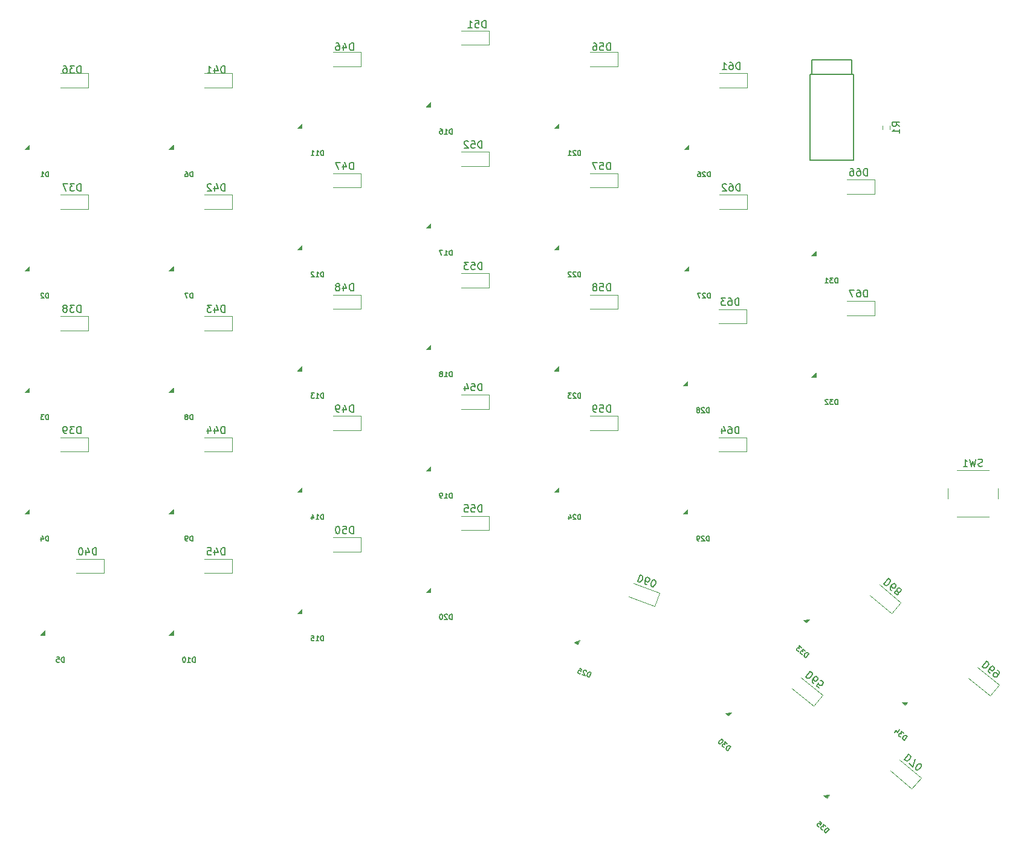
<source format=gbr>
%TF.GenerationSoftware,KiCad,Pcbnew,(6.0.5)*%
%TF.CreationDate,2022-05-24T22:08:53+02:00*%
%TF.ProjectId,LPKeyboard,4c504b65-7962-46f6-9172-642e6b696361,rev?*%
%TF.SameCoordinates,Original*%
%TF.FileFunction,Legend,Bot*%
%TF.FilePolarity,Positive*%
%FSLAX46Y46*%
G04 Gerber Fmt 4.6, Leading zero omitted, Abs format (unit mm)*
G04 Created by KiCad (PCBNEW (6.0.5)) date 2022-05-24 22:08:53*
%MOMM*%
%LPD*%
G01*
G04 APERTURE LIST*
%ADD10C,0.150000*%
%ADD11C,0.100000*%
%ADD12C,0.120000*%
G04 APERTURE END LIST*
D10*
%TO.C,D24*%
X122442764Y-115694231D02*
X122442764Y-114994231D01*
X122276097Y-114994231D01*
X122176097Y-115027565D01*
X122109430Y-115094231D01*
X122076097Y-115160898D01*
X122042764Y-115294231D01*
X122042764Y-115394231D01*
X122076097Y-115527565D01*
X122109430Y-115594231D01*
X122176097Y-115660898D01*
X122276097Y-115694231D01*
X122442764Y-115694231D01*
X121776097Y-115060898D02*
X121742764Y-115027565D01*
X121676097Y-114994231D01*
X121509430Y-114994231D01*
X121442764Y-115027565D01*
X121409430Y-115060898D01*
X121376097Y-115127565D01*
X121376097Y-115194231D01*
X121409430Y-115294231D01*
X121809430Y-115694231D01*
X121376097Y-115694231D01*
X120776097Y-115227565D02*
X120776097Y-115694231D01*
X120942764Y-114960898D02*
X121109430Y-115460898D01*
X120676097Y-115460898D01*
%TO.C,D1*%
X47921930Y-67694231D02*
X47921930Y-66994231D01*
X47755264Y-66994231D01*
X47655264Y-67027565D01*
X47588597Y-67094231D01*
X47555264Y-67160898D01*
X47521930Y-67294231D01*
X47521930Y-67394231D01*
X47555264Y-67527565D01*
X47588597Y-67594231D01*
X47655264Y-67660898D01*
X47755264Y-67694231D01*
X47921930Y-67694231D01*
X46855264Y-67694231D02*
X47255264Y-67694231D01*
X47055264Y-67694231D02*
X47055264Y-66994231D01*
X47121930Y-67094231D01*
X47188597Y-67160898D01*
X47255264Y-67194231D01*
%TO.C,D47*%
X90621785Y-66666780D02*
X90621785Y-65666780D01*
X90383690Y-65666780D01*
X90240833Y-65714400D01*
X90145595Y-65809638D01*
X90097976Y-65904876D01*
X90050357Y-66095352D01*
X90050357Y-66238209D01*
X90097976Y-66428685D01*
X90145595Y-66523923D01*
X90240833Y-66619161D01*
X90383690Y-66666780D01*
X90621785Y-66666780D01*
X89193214Y-66000114D02*
X89193214Y-66666780D01*
X89431309Y-65619161D02*
X89669404Y-66333447D01*
X89050357Y-66333447D01*
X88764642Y-65666780D02*
X88097976Y-65666780D01*
X88526547Y-66666780D01*
%TO.C,D56*%
X126621785Y-49982380D02*
X126621785Y-48982380D01*
X126383690Y-48982380D01*
X126240833Y-49030000D01*
X126145595Y-49125238D01*
X126097976Y-49220476D01*
X126050357Y-49410952D01*
X126050357Y-49553809D01*
X126097976Y-49744285D01*
X126145595Y-49839523D01*
X126240833Y-49934761D01*
X126383690Y-49982380D01*
X126621785Y-49982380D01*
X125145595Y-48982380D02*
X125621785Y-48982380D01*
X125669404Y-49458571D01*
X125621785Y-49410952D01*
X125526547Y-49363333D01*
X125288452Y-49363333D01*
X125193214Y-49410952D01*
X125145595Y-49458571D01*
X125097976Y-49553809D01*
X125097976Y-49791904D01*
X125145595Y-49887142D01*
X125193214Y-49934761D01*
X125288452Y-49982380D01*
X125526547Y-49982380D01*
X125621785Y-49934761D01*
X125669404Y-49887142D01*
X124240833Y-48982380D02*
X124431309Y-48982380D01*
X124526547Y-49030000D01*
X124574166Y-49077619D01*
X124669404Y-49220476D01*
X124717023Y-49410952D01*
X124717023Y-49791904D01*
X124669404Y-49887142D01*
X124621785Y-49934761D01*
X124526547Y-49982380D01*
X124336071Y-49982380D01*
X124240833Y-49934761D01*
X124193214Y-49887142D01*
X124145595Y-49791904D01*
X124145595Y-49553809D01*
X124193214Y-49458571D01*
X124240833Y-49410952D01*
X124336071Y-49363333D01*
X124526547Y-49363333D01*
X124621785Y-49410952D01*
X124669404Y-49458571D01*
X124717023Y-49553809D01*
%TO.C,D41*%
X72621785Y-53157380D02*
X72621785Y-52157380D01*
X72383690Y-52157380D01*
X72240833Y-52205000D01*
X72145595Y-52300238D01*
X72097976Y-52395476D01*
X72050357Y-52585952D01*
X72050357Y-52728809D01*
X72097976Y-52919285D01*
X72145595Y-53014523D01*
X72240833Y-53109761D01*
X72383690Y-53157380D01*
X72621785Y-53157380D01*
X71193214Y-52490714D02*
X71193214Y-53157380D01*
X71431309Y-52109761D02*
X71669404Y-52824047D01*
X71050357Y-52824047D01*
X70145595Y-53157380D02*
X70717023Y-53157380D01*
X70431309Y-53157380D02*
X70431309Y-52157380D01*
X70526547Y-52300238D01*
X70621785Y-52395476D01*
X70717023Y-52443095D01*
%TO.C,D10*%
X68442764Y-135694231D02*
X68442764Y-134994231D01*
X68276097Y-134994231D01*
X68176097Y-135027565D01*
X68109430Y-135094231D01*
X68076097Y-135160898D01*
X68042764Y-135294231D01*
X68042764Y-135394231D01*
X68076097Y-135527565D01*
X68109430Y-135594231D01*
X68176097Y-135660898D01*
X68276097Y-135694231D01*
X68442764Y-135694231D01*
X67376097Y-135694231D02*
X67776097Y-135694231D01*
X67576097Y-135694231D02*
X67576097Y-134994231D01*
X67642764Y-135094231D01*
X67709430Y-135160898D01*
X67776097Y-135194231D01*
X66942764Y-134994231D02*
X66876097Y-134994231D01*
X66809430Y-135027565D01*
X66776097Y-135060898D01*
X66742764Y-135127565D01*
X66709430Y-135260898D01*
X66709430Y-135427565D01*
X66742764Y-135560898D01*
X66776097Y-135627565D01*
X66809430Y-135660898D01*
X66876097Y-135694231D01*
X66942764Y-135694231D01*
X67009430Y-135660898D01*
X67042764Y-135627565D01*
X67076097Y-135560898D01*
X67109430Y-135427565D01*
X67109430Y-135260898D01*
X67076097Y-135127565D01*
X67042764Y-135060898D01*
X67009430Y-135027565D01*
X66942764Y-134994231D01*
%TO.C,D57*%
X126621785Y-66666780D02*
X126621785Y-65666780D01*
X126383690Y-65666780D01*
X126240833Y-65714400D01*
X126145595Y-65809638D01*
X126097976Y-65904876D01*
X126050357Y-66095352D01*
X126050357Y-66238209D01*
X126097976Y-66428685D01*
X126145595Y-66523923D01*
X126240833Y-66619161D01*
X126383690Y-66666780D01*
X126621785Y-66666780D01*
X125145595Y-65666780D02*
X125621785Y-65666780D01*
X125669404Y-66142971D01*
X125621785Y-66095352D01*
X125526547Y-66047733D01*
X125288452Y-66047733D01*
X125193214Y-66095352D01*
X125145595Y-66142971D01*
X125097976Y-66238209D01*
X125097976Y-66476304D01*
X125145595Y-66571542D01*
X125193214Y-66619161D01*
X125288452Y-66666780D01*
X125526547Y-66666780D01*
X125621785Y-66619161D01*
X125669404Y-66571542D01*
X124764642Y-65666780D02*
X124097976Y-65666780D01*
X124526547Y-66666780D01*
%TO.C,D45*%
X72621785Y-120666780D02*
X72621785Y-119666780D01*
X72383690Y-119666780D01*
X72240833Y-119714400D01*
X72145595Y-119809638D01*
X72097976Y-119904876D01*
X72050357Y-120095352D01*
X72050357Y-120238209D01*
X72097976Y-120428685D01*
X72145595Y-120523923D01*
X72240833Y-120619161D01*
X72383690Y-120666780D01*
X72621785Y-120666780D01*
X71193214Y-120000114D02*
X71193214Y-120666780D01*
X71431309Y-119619161D02*
X71669404Y-120333447D01*
X71050357Y-120333447D01*
X70193214Y-119666780D02*
X70669404Y-119666780D01*
X70717023Y-120142971D01*
X70669404Y-120095352D01*
X70574166Y-120047733D01*
X70336071Y-120047733D01*
X70240833Y-120095352D01*
X70193214Y-120142971D01*
X70145595Y-120238209D01*
X70145595Y-120476304D01*
X70193214Y-120571542D01*
X70240833Y-120619161D01*
X70336071Y-120666780D01*
X70574166Y-120666780D01*
X70669404Y-120619161D01*
X70717023Y-120571542D01*
%TO.C,D26*%
X140592764Y-67694231D02*
X140592764Y-66994231D01*
X140426097Y-66994231D01*
X140326097Y-67027565D01*
X140259430Y-67094231D01*
X140226097Y-67160898D01*
X140192764Y-67294231D01*
X140192764Y-67394231D01*
X140226097Y-67527565D01*
X140259430Y-67594231D01*
X140326097Y-67660898D01*
X140426097Y-67694231D01*
X140592764Y-67694231D01*
X139926097Y-67060898D02*
X139892764Y-67027565D01*
X139826097Y-66994231D01*
X139659430Y-66994231D01*
X139592764Y-67027565D01*
X139559430Y-67060898D01*
X139526097Y-67127565D01*
X139526097Y-67194231D01*
X139559430Y-67294231D01*
X139959430Y-67694231D01*
X139526097Y-67694231D01*
X138926097Y-66994231D02*
X139059430Y-66994231D01*
X139126097Y-67027565D01*
X139159430Y-67060898D01*
X139226097Y-67160898D01*
X139259430Y-67294231D01*
X139259430Y-67560898D01*
X139226097Y-67627565D01*
X139192764Y-67660898D01*
X139126097Y-67694231D01*
X138992764Y-67694231D01*
X138926097Y-67660898D01*
X138892764Y-67627565D01*
X138859430Y-67560898D01*
X138859430Y-67394231D01*
X138892764Y-67327565D01*
X138926097Y-67294231D01*
X138992764Y-67260898D01*
X139126097Y-67260898D01*
X139192764Y-67294231D01*
X139226097Y-67327565D01*
X139259430Y-67394231D01*
%TO.C,D21*%
X122442764Y-64694231D02*
X122442764Y-63994231D01*
X122276097Y-63994231D01*
X122176097Y-64027565D01*
X122109430Y-64094231D01*
X122076097Y-64160898D01*
X122042764Y-64294231D01*
X122042764Y-64394231D01*
X122076097Y-64527565D01*
X122109430Y-64594231D01*
X122176097Y-64660898D01*
X122276097Y-64694231D01*
X122442764Y-64694231D01*
X121776097Y-64060898D02*
X121742764Y-64027565D01*
X121676097Y-63994231D01*
X121509430Y-63994231D01*
X121442764Y-64027565D01*
X121409430Y-64060898D01*
X121376097Y-64127565D01*
X121376097Y-64194231D01*
X121409430Y-64294231D01*
X121809430Y-64694231D01*
X121376097Y-64694231D01*
X120709430Y-64694231D02*
X121109430Y-64694231D01*
X120909430Y-64694231D02*
X120909430Y-63994231D01*
X120976097Y-64094231D01*
X121042764Y-64160898D01*
X121109430Y-64194231D01*
%TO.C,D51*%
X109164285Y-46807380D02*
X109164285Y-45807380D01*
X108926190Y-45807380D01*
X108783333Y-45855000D01*
X108688095Y-45950238D01*
X108640476Y-46045476D01*
X108592857Y-46235952D01*
X108592857Y-46378809D01*
X108640476Y-46569285D01*
X108688095Y-46664523D01*
X108783333Y-46759761D01*
X108926190Y-46807380D01*
X109164285Y-46807380D01*
X107688095Y-45807380D02*
X108164285Y-45807380D01*
X108211904Y-46283571D01*
X108164285Y-46235952D01*
X108069047Y-46188333D01*
X107830952Y-46188333D01*
X107735714Y-46235952D01*
X107688095Y-46283571D01*
X107640476Y-46378809D01*
X107640476Y-46616904D01*
X107688095Y-46712142D01*
X107735714Y-46759761D01*
X107830952Y-46807380D01*
X108069047Y-46807380D01*
X108164285Y-46759761D01*
X108211904Y-46712142D01*
X106688095Y-46807380D02*
X107259523Y-46807380D01*
X106973809Y-46807380D02*
X106973809Y-45807380D01*
X107069047Y-45950238D01*
X107164285Y-46045476D01*
X107259523Y-46093095D01*
%TO.C,D39*%
X52434285Y-103666780D02*
X52434285Y-102666780D01*
X52196190Y-102666780D01*
X52053333Y-102714400D01*
X51958095Y-102809638D01*
X51910476Y-102904876D01*
X51862857Y-103095352D01*
X51862857Y-103238209D01*
X51910476Y-103428685D01*
X51958095Y-103523923D01*
X52053333Y-103619161D01*
X52196190Y-103666780D01*
X52434285Y-103666780D01*
X51529523Y-102666780D02*
X50910476Y-102666780D01*
X51243809Y-103047733D01*
X51100952Y-103047733D01*
X51005714Y-103095352D01*
X50958095Y-103142971D01*
X50910476Y-103238209D01*
X50910476Y-103476304D01*
X50958095Y-103571542D01*
X51005714Y-103619161D01*
X51100952Y-103666780D01*
X51386666Y-103666780D01*
X51481904Y-103619161D01*
X51529523Y-103571542D01*
X50434285Y-103666780D02*
X50243809Y-103666780D01*
X50148571Y-103619161D01*
X50100952Y-103571542D01*
X50005714Y-103428685D01*
X49958095Y-103238209D01*
X49958095Y-102857257D01*
X50005714Y-102762019D01*
X50053333Y-102714400D01*
X50148571Y-102666780D01*
X50339047Y-102666780D01*
X50434285Y-102714400D01*
X50481904Y-102762019D01*
X50529523Y-102857257D01*
X50529523Y-103095352D01*
X50481904Y-103190590D01*
X50434285Y-103238209D01*
X50339047Y-103285828D01*
X50148571Y-103285828D01*
X50053333Y-103238209D01*
X50005714Y-103190590D01*
X49958095Y-103095352D01*
%TO.C,D12*%
X86442764Y-81694231D02*
X86442764Y-80994231D01*
X86276097Y-80994231D01*
X86176097Y-81027565D01*
X86109430Y-81094231D01*
X86076097Y-81160898D01*
X86042764Y-81294231D01*
X86042764Y-81394231D01*
X86076097Y-81527565D01*
X86109430Y-81594231D01*
X86176097Y-81660898D01*
X86276097Y-81694231D01*
X86442764Y-81694231D01*
X85376097Y-81694231D02*
X85776097Y-81694231D01*
X85576097Y-81694231D02*
X85576097Y-80994231D01*
X85642764Y-81094231D01*
X85709430Y-81160898D01*
X85776097Y-81194231D01*
X85109430Y-81060898D02*
X85076097Y-81027565D01*
X85009430Y-80994231D01*
X84842764Y-80994231D01*
X84776097Y-81027565D01*
X84742764Y-81060898D01*
X84709430Y-81127565D01*
X84709430Y-81194231D01*
X84742764Y-81294231D01*
X85142764Y-81694231D01*
X84709430Y-81694231D01*
%TO.C,D48*%
X90621785Y-83666780D02*
X90621785Y-82666780D01*
X90383690Y-82666780D01*
X90240833Y-82714400D01*
X90145595Y-82809638D01*
X90097976Y-82904876D01*
X90050357Y-83095352D01*
X90050357Y-83238209D01*
X90097976Y-83428685D01*
X90145595Y-83523923D01*
X90240833Y-83619161D01*
X90383690Y-83666780D01*
X90621785Y-83666780D01*
X89193214Y-83000114D02*
X89193214Y-83666780D01*
X89431309Y-82619161D02*
X89669404Y-83333447D01*
X89050357Y-83333447D01*
X88526547Y-83095352D02*
X88621785Y-83047733D01*
X88669404Y-83000114D01*
X88717023Y-82904876D01*
X88717023Y-82857257D01*
X88669404Y-82762019D01*
X88621785Y-82714400D01*
X88526547Y-82666780D01*
X88336071Y-82666780D01*
X88240833Y-82714400D01*
X88193214Y-82762019D01*
X88145595Y-82857257D01*
X88145595Y-82904876D01*
X88193214Y-83000114D01*
X88240833Y-83047733D01*
X88336071Y-83095352D01*
X88526547Y-83095352D01*
X88621785Y-83142971D01*
X88669404Y-83190590D01*
X88717023Y-83285828D01*
X88717023Y-83476304D01*
X88669404Y-83571542D01*
X88621785Y-83619161D01*
X88526547Y-83666780D01*
X88336071Y-83666780D01*
X88240833Y-83619161D01*
X88193214Y-83571542D01*
X88145595Y-83476304D01*
X88145595Y-83285828D01*
X88193214Y-83190590D01*
X88240833Y-83142971D01*
X88336071Y-83095352D01*
%TO.C,D59*%
X126621785Y-100666780D02*
X126621785Y-99666780D01*
X126383690Y-99666780D01*
X126240833Y-99714400D01*
X126145595Y-99809638D01*
X126097976Y-99904876D01*
X126050357Y-100095352D01*
X126050357Y-100238209D01*
X126097976Y-100428685D01*
X126145595Y-100523923D01*
X126240833Y-100619161D01*
X126383690Y-100666780D01*
X126621785Y-100666780D01*
X125145595Y-99666780D02*
X125621785Y-99666780D01*
X125669404Y-100142971D01*
X125621785Y-100095352D01*
X125526547Y-100047733D01*
X125288452Y-100047733D01*
X125193214Y-100095352D01*
X125145595Y-100142971D01*
X125097976Y-100238209D01*
X125097976Y-100476304D01*
X125145595Y-100571542D01*
X125193214Y-100619161D01*
X125288452Y-100666780D01*
X125526547Y-100666780D01*
X125621785Y-100619161D01*
X125669404Y-100571542D01*
X124621785Y-100666780D02*
X124431309Y-100666780D01*
X124336071Y-100619161D01*
X124288452Y-100571542D01*
X124193214Y-100428685D01*
X124145595Y-100238209D01*
X124145595Y-99857257D01*
X124193214Y-99762019D01*
X124240833Y-99714400D01*
X124336071Y-99666780D01*
X124526547Y-99666780D01*
X124621785Y-99714400D01*
X124669404Y-99762019D01*
X124717023Y-99857257D01*
X124717023Y-100095352D01*
X124669404Y-100190590D01*
X124621785Y-100238209D01*
X124526547Y-100285828D01*
X124336071Y-100285828D01*
X124240833Y-100238209D01*
X124193214Y-100190590D01*
X124145595Y-100095352D01*
%TO.C,D65*%
X154622040Y-136989286D02*
X153979252Y-137755330D01*
X154161643Y-137908375D01*
X154301687Y-137963723D01*
X154435862Y-137951985D01*
X154533558Y-137909637D01*
X154692472Y-137794333D01*
X154784299Y-137684898D01*
X154870256Y-137508376D01*
X154894996Y-137404810D01*
X154883257Y-137270636D01*
X154804431Y-137142330D01*
X154622040Y-136989286D01*
X155073601Y-138673598D02*
X154927688Y-138551162D01*
X154885340Y-138453466D01*
X154879471Y-138386379D01*
X154898341Y-138215726D01*
X154984298Y-138039204D01*
X155229170Y-137747378D01*
X155326866Y-137705030D01*
X155393953Y-137699161D01*
X155497519Y-137723900D01*
X155643432Y-137846336D01*
X155685780Y-137944032D01*
X155691649Y-138011119D01*
X155666910Y-138114685D01*
X155513865Y-138297076D01*
X155416169Y-138339424D01*
X155349082Y-138345293D01*
X155245516Y-138320554D01*
X155099603Y-138198118D01*
X155057255Y-138100422D01*
X155051386Y-138033335D01*
X155076125Y-137929769D01*
X155839646Y-139316386D02*
X155474863Y-139010297D01*
X155744474Y-138614905D01*
X155750343Y-138681992D01*
X155792691Y-138779688D01*
X155975082Y-138932733D01*
X156078648Y-138957472D01*
X156145735Y-138951603D01*
X156243431Y-138909255D01*
X156396476Y-138726864D01*
X156421215Y-138623298D01*
X156415346Y-138556211D01*
X156372998Y-138458515D01*
X156190607Y-138305470D01*
X156087041Y-138280730D01*
X156019954Y-138286600D01*
%TO.C,D36*%
X52434285Y-53157380D02*
X52434285Y-52157380D01*
X52196190Y-52157380D01*
X52053333Y-52205000D01*
X51958095Y-52300238D01*
X51910476Y-52395476D01*
X51862857Y-52585952D01*
X51862857Y-52728809D01*
X51910476Y-52919285D01*
X51958095Y-53014523D01*
X52053333Y-53109761D01*
X52196190Y-53157380D01*
X52434285Y-53157380D01*
X51529523Y-52157380D02*
X50910476Y-52157380D01*
X51243809Y-52538333D01*
X51100952Y-52538333D01*
X51005714Y-52585952D01*
X50958095Y-52633571D01*
X50910476Y-52728809D01*
X50910476Y-52966904D01*
X50958095Y-53062142D01*
X51005714Y-53109761D01*
X51100952Y-53157380D01*
X51386666Y-53157380D01*
X51481904Y-53109761D01*
X51529523Y-53062142D01*
X50053333Y-52157380D02*
X50243809Y-52157380D01*
X50339047Y-52205000D01*
X50386666Y-52252619D01*
X50481904Y-52395476D01*
X50529523Y-52585952D01*
X50529523Y-52966904D01*
X50481904Y-53062142D01*
X50434285Y-53109761D01*
X50339047Y-53157380D01*
X50148571Y-53157380D01*
X50053333Y-53109761D01*
X50005714Y-53062142D01*
X49958095Y-52966904D01*
X49958095Y-52728809D01*
X50005714Y-52633571D01*
X50053333Y-52585952D01*
X50148571Y-52538333D01*
X50339047Y-52538333D01*
X50434285Y-52585952D01*
X50481904Y-52633571D01*
X50529523Y-52728809D01*
%TO.C,D6*%
X68109430Y-67694231D02*
X68109430Y-66994231D01*
X67942764Y-66994231D01*
X67842764Y-67027565D01*
X67776097Y-67094231D01*
X67742764Y-67160898D01*
X67709430Y-67294231D01*
X67709430Y-67394231D01*
X67742764Y-67527565D01*
X67776097Y-67594231D01*
X67842764Y-67660898D01*
X67942764Y-67694231D01*
X68109430Y-67694231D01*
X67109430Y-66994231D02*
X67242764Y-66994231D01*
X67309430Y-67027565D01*
X67342764Y-67060898D01*
X67409430Y-67160898D01*
X67442764Y-67294231D01*
X67442764Y-67560898D01*
X67409430Y-67627565D01*
X67376097Y-67660898D01*
X67309430Y-67694231D01*
X67176097Y-67694231D01*
X67109430Y-67660898D01*
X67076097Y-67627565D01*
X67042764Y-67560898D01*
X67042764Y-67394231D01*
X67076097Y-67327565D01*
X67109430Y-67294231D01*
X67176097Y-67260898D01*
X67309430Y-67260898D01*
X67376097Y-67294231D01*
X67409430Y-67327565D01*
X67442764Y-67394231D01*
%TO.C,D18*%
X104442764Y-95694231D02*
X104442764Y-94994231D01*
X104276097Y-94994231D01*
X104176097Y-95027565D01*
X104109430Y-95094231D01*
X104076097Y-95160898D01*
X104042764Y-95294231D01*
X104042764Y-95394231D01*
X104076097Y-95527565D01*
X104109430Y-95594231D01*
X104176097Y-95660898D01*
X104276097Y-95694231D01*
X104442764Y-95694231D01*
X103376097Y-95694231D02*
X103776097Y-95694231D01*
X103576097Y-95694231D02*
X103576097Y-94994231D01*
X103642764Y-95094231D01*
X103709430Y-95160898D01*
X103776097Y-95194231D01*
X102976097Y-95294231D02*
X103042764Y-95260898D01*
X103076097Y-95227565D01*
X103109430Y-95160898D01*
X103109430Y-95127565D01*
X103076097Y-95060898D01*
X103042764Y-95027565D01*
X102976097Y-94994231D01*
X102842764Y-94994231D01*
X102776097Y-95027565D01*
X102742764Y-95060898D01*
X102709430Y-95127565D01*
X102709430Y-95160898D01*
X102742764Y-95227565D01*
X102776097Y-95260898D01*
X102842764Y-95294231D01*
X102976097Y-95294231D01*
X103042764Y-95327565D01*
X103076097Y-95360898D01*
X103109430Y-95427565D01*
X103109430Y-95560898D01*
X103076097Y-95627565D01*
X103042764Y-95660898D01*
X102976097Y-95694231D01*
X102842764Y-95694231D01*
X102776097Y-95660898D01*
X102742764Y-95627565D01*
X102709430Y-95560898D01*
X102709430Y-95427565D01*
X102742764Y-95360898D01*
X102776097Y-95327565D01*
X102842764Y-95294231D01*
%TO.C,D42*%
X72621785Y-69666780D02*
X72621785Y-68666780D01*
X72383690Y-68666780D01*
X72240833Y-68714400D01*
X72145595Y-68809638D01*
X72097976Y-68904876D01*
X72050357Y-69095352D01*
X72050357Y-69238209D01*
X72097976Y-69428685D01*
X72145595Y-69523923D01*
X72240833Y-69619161D01*
X72383690Y-69666780D01*
X72621785Y-69666780D01*
X71193214Y-69000114D02*
X71193214Y-69666780D01*
X71431309Y-68619161D02*
X71669404Y-69333447D01*
X71050357Y-69333447D01*
X70717023Y-68762019D02*
X70669404Y-68714400D01*
X70574166Y-68666780D01*
X70336071Y-68666780D01*
X70240833Y-68714400D01*
X70193214Y-68762019D01*
X70145595Y-68857257D01*
X70145595Y-68952495D01*
X70193214Y-69095352D01*
X70764642Y-69666780D01*
X70145595Y-69666780D01*
%TO.C,D22*%
X122442764Y-81694231D02*
X122442764Y-80994231D01*
X122276097Y-80994231D01*
X122176097Y-81027565D01*
X122109430Y-81094231D01*
X122076097Y-81160898D01*
X122042764Y-81294231D01*
X122042764Y-81394231D01*
X122076097Y-81527565D01*
X122109430Y-81594231D01*
X122176097Y-81660898D01*
X122276097Y-81694231D01*
X122442764Y-81694231D01*
X121776097Y-81060898D02*
X121742764Y-81027565D01*
X121676097Y-80994231D01*
X121509430Y-80994231D01*
X121442764Y-81027565D01*
X121409430Y-81060898D01*
X121376097Y-81127565D01*
X121376097Y-81194231D01*
X121409430Y-81294231D01*
X121809430Y-81694231D01*
X121376097Y-81694231D01*
X121109430Y-81060898D02*
X121076097Y-81027565D01*
X121009430Y-80994231D01*
X120842764Y-80994231D01*
X120776097Y-81027565D01*
X120742764Y-81060898D01*
X120709430Y-81127565D01*
X120709430Y-81194231D01*
X120742764Y-81294231D01*
X121142764Y-81694231D01*
X120709430Y-81694231D01*
%TO.C,D13*%
X86442764Y-98694231D02*
X86442764Y-97994231D01*
X86276097Y-97994231D01*
X86176097Y-98027565D01*
X86109430Y-98094231D01*
X86076097Y-98160898D01*
X86042764Y-98294231D01*
X86042764Y-98394231D01*
X86076097Y-98527565D01*
X86109430Y-98594231D01*
X86176097Y-98660898D01*
X86276097Y-98694231D01*
X86442764Y-98694231D01*
X85376097Y-98694231D02*
X85776097Y-98694231D01*
X85576097Y-98694231D02*
X85576097Y-97994231D01*
X85642764Y-98094231D01*
X85709430Y-98160898D01*
X85776097Y-98194231D01*
X85142764Y-97994231D02*
X84709430Y-97994231D01*
X84942764Y-98260898D01*
X84842764Y-98260898D01*
X84776097Y-98294231D01*
X84742764Y-98327565D01*
X84709430Y-98394231D01*
X84709430Y-98560898D01*
X84742764Y-98627565D01*
X84776097Y-98660898D01*
X84842764Y-98694231D01*
X85042764Y-98694231D01*
X85109430Y-98660898D01*
X85142764Y-98627565D01*
%TO.C,D23*%
X122442764Y-98694231D02*
X122442764Y-97994231D01*
X122276097Y-97994231D01*
X122176097Y-98027565D01*
X122109430Y-98094231D01*
X122076097Y-98160898D01*
X122042764Y-98294231D01*
X122042764Y-98394231D01*
X122076097Y-98527565D01*
X122109430Y-98594231D01*
X122176097Y-98660898D01*
X122276097Y-98694231D01*
X122442764Y-98694231D01*
X121776097Y-98060898D02*
X121742764Y-98027565D01*
X121676097Y-97994231D01*
X121509430Y-97994231D01*
X121442764Y-98027565D01*
X121409430Y-98060898D01*
X121376097Y-98127565D01*
X121376097Y-98194231D01*
X121409430Y-98294231D01*
X121809430Y-98694231D01*
X121376097Y-98694231D01*
X121142764Y-97994231D02*
X120709430Y-97994231D01*
X120942764Y-98260898D01*
X120842764Y-98260898D01*
X120776097Y-98294231D01*
X120742764Y-98327565D01*
X120709430Y-98394231D01*
X120709430Y-98560898D01*
X120742764Y-98627565D01*
X120776097Y-98660898D01*
X120842764Y-98694231D01*
X121042764Y-98694231D01*
X121109430Y-98660898D01*
X121142764Y-98627565D01*
%TO.C,D62*%
X144771785Y-69666780D02*
X144771785Y-68666780D01*
X144533690Y-68666780D01*
X144390833Y-68714400D01*
X144295595Y-68809638D01*
X144247976Y-68904876D01*
X144200357Y-69095352D01*
X144200357Y-69238209D01*
X144247976Y-69428685D01*
X144295595Y-69523923D01*
X144390833Y-69619161D01*
X144533690Y-69666780D01*
X144771785Y-69666780D01*
X143343214Y-68666780D02*
X143533690Y-68666780D01*
X143628928Y-68714400D01*
X143676547Y-68762019D01*
X143771785Y-68904876D01*
X143819404Y-69095352D01*
X143819404Y-69476304D01*
X143771785Y-69571542D01*
X143724166Y-69619161D01*
X143628928Y-69666780D01*
X143438452Y-69666780D01*
X143343214Y-69619161D01*
X143295595Y-69571542D01*
X143247976Y-69476304D01*
X143247976Y-69238209D01*
X143295595Y-69142971D01*
X143343214Y-69095352D01*
X143438452Y-69047733D01*
X143628928Y-69047733D01*
X143724166Y-69095352D01*
X143771785Y-69142971D01*
X143819404Y-69238209D01*
X142867023Y-68762019D02*
X142819404Y-68714400D01*
X142724166Y-68666780D01*
X142486071Y-68666780D01*
X142390833Y-68714400D01*
X142343214Y-68762019D01*
X142295595Y-68857257D01*
X142295595Y-68952495D01*
X142343214Y-69095352D01*
X142914642Y-69666780D01*
X142295595Y-69666780D01*
%TO.C,D16*%
X104442764Y-61694231D02*
X104442764Y-60994231D01*
X104276097Y-60994231D01*
X104176097Y-61027565D01*
X104109430Y-61094231D01*
X104076097Y-61160898D01*
X104042764Y-61294231D01*
X104042764Y-61394231D01*
X104076097Y-61527565D01*
X104109430Y-61594231D01*
X104176097Y-61660898D01*
X104276097Y-61694231D01*
X104442764Y-61694231D01*
X103376097Y-61694231D02*
X103776097Y-61694231D01*
X103576097Y-61694231D02*
X103576097Y-60994231D01*
X103642764Y-61094231D01*
X103709430Y-61160898D01*
X103776097Y-61194231D01*
X102776097Y-60994231D02*
X102909430Y-60994231D01*
X102976097Y-61027565D01*
X103009430Y-61060898D01*
X103076097Y-61160898D01*
X103109430Y-61294231D01*
X103109430Y-61560898D01*
X103076097Y-61627565D01*
X103042764Y-61660898D01*
X102976097Y-61694231D01*
X102842764Y-61694231D01*
X102776097Y-61660898D01*
X102742764Y-61627565D01*
X102709430Y-61560898D01*
X102709430Y-61394231D01*
X102742764Y-61327565D01*
X102776097Y-61294231D01*
X102842764Y-61260898D01*
X102976097Y-61260898D01*
X103042764Y-61294231D01*
X103076097Y-61327565D01*
X103109430Y-61394231D01*
%TO.C,D11*%
X86442764Y-64694231D02*
X86442764Y-63994231D01*
X86276097Y-63994231D01*
X86176097Y-64027565D01*
X86109430Y-64094231D01*
X86076097Y-64160898D01*
X86042764Y-64294231D01*
X86042764Y-64394231D01*
X86076097Y-64527565D01*
X86109430Y-64594231D01*
X86176097Y-64660898D01*
X86276097Y-64694231D01*
X86442764Y-64694231D01*
X85376097Y-64694231D02*
X85776097Y-64694231D01*
X85576097Y-64694231D02*
X85576097Y-63994231D01*
X85642764Y-64094231D01*
X85709430Y-64160898D01*
X85776097Y-64194231D01*
X84709430Y-64694231D02*
X85109430Y-64694231D01*
X84909430Y-64694231D02*
X84909430Y-63994231D01*
X84976097Y-64094231D01*
X85042764Y-64160898D01*
X85109430Y-64194231D01*
%TO.C,D50*%
X90621785Y-117666780D02*
X90621785Y-116666780D01*
X90383690Y-116666780D01*
X90240833Y-116714400D01*
X90145595Y-116809638D01*
X90097976Y-116904876D01*
X90050357Y-117095352D01*
X90050357Y-117238209D01*
X90097976Y-117428685D01*
X90145595Y-117523923D01*
X90240833Y-117619161D01*
X90383690Y-117666780D01*
X90621785Y-117666780D01*
X89145595Y-116666780D02*
X89621785Y-116666780D01*
X89669404Y-117142971D01*
X89621785Y-117095352D01*
X89526547Y-117047733D01*
X89288452Y-117047733D01*
X89193214Y-117095352D01*
X89145595Y-117142971D01*
X89097976Y-117238209D01*
X89097976Y-117476304D01*
X89145595Y-117571542D01*
X89193214Y-117619161D01*
X89288452Y-117666780D01*
X89526547Y-117666780D01*
X89621785Y-117619161D01*
X89669404Y-117571542D01*
X88478928Y-116666780D02*
X88383690Y-116666780D01*
X88288452Y-116714400D01*
X88240833Y-116762019D01*
X88193214Y-116857257D01*
X88145595Y-117047733D01*
X88145595Y-117285828D01*
X88193214Y-117476304D01*
X88240833Y-117571542D01*
X88288452Y-117619161D01*
X88383690Y-117666780D01*
X88478928Y-117666780D01*
X88574166Y-117619161D01*
X88621785Y-117571542D01*
X88669404Y-117476304D01*
X88717023Y-117285828D01*
X88717023Y-117047733D01*
X88669404Y-116857257D01*
X88621785Y-116762019D01*
X88574166Y-116714400D01*
X88478928Y-116666780D01*
%TO.C,D19*%
X104442764Y-112694231D02*
X104442764Y-111994231D01*
X104276097Y-111994231D01*
X104176097Y-112027565D01*
X104109430Y-112094231D01*
X104076097Y-112160898D01*
X104042764Y-112294231D01*
X104042764Y-112394231D01*
X104076097Y-112527565D01*
X104109430Y-112594231D01*
X104176097Y-112660898D01*
X104276097Y-112694231D01*
X104442764Y-112694231D01*
X103376097Y-112694231D02*
X103776097Y-112694231D01*
X103576097Y-112694231D02*
X103576097Y-111994231D01*
X103642764Y-112094231D01*
X103709430Y-112160898D01*
X103776097Y-112194231D01*
X103042764Y-112694231D02*
X102909430Y-112694231D01*
X102842764Y-112660898D01*
X102809430Y-112627565D01*
X102742764Y-112527565D01*
X102709430Y-112394231D01*
X102709430Y-112127565D01*
X102742764Y-112060898D01*
X102776097Y-112027565D01*
X102842764Y-111994231D01*
X102976097Y-111994231D01*
X103042764Y-112027565D01*
X103076097Y-112060898D01*
X103109430Y-112127565D01*
X103109430Y-112294231D01*
X103076097Y-112360898D01*
X103042764Y-112394231D01*
X102976097Y-112427565D01*
X102842764Y-112427565D01*
X102776097Y-112394231D01*
X102742764Y-112360898D01*
X102709430Y-112294231D01*
%TO.C,D67*%
X162621785Y-84541780D02*
X162621785Y-83541780D01*
X162383690Y-83541780D01*
X162240833Y-83589400D01*
X162145595Y-83684638D01*
X162097976Y-83779876D01*
X162050357Y-83970352D01*
X162050357Y-84113209D01*
X162097976Y-84303685D01*
X162145595Y-84398923D01*
X162240833Y-84494161D01*
X162383690Y-84541780D01*
X162621785Y-84541780D01*
X161193214Y-83541780D02*
X161383690Y-83541780D01*
X161478928Y-83589400D01*
X161526547Y-83637019D01*
X161621785Y-83779876D01*
X161669404Y-83970352D01*
X161669404Y-84351304D01*
X161621785Y-84446542D01*
X161574166Y-84494161D01*
X161478928Y-84541780D01*
X161288452Y-84541780D01*
X161193214Y-84494161D01*
X161145595Y-84446542D01*
X161097976Y-84351304D01*
X161097976Y-84113209D01*
X161145595Y-84017971D01*
X161193214Y-83970352D01*
X161288452Y-83922733D01*
X161478928Y-83922733D01*
X161574166Y-83970352D01*
X161621785Y-84017971D01*
X161669404Y-84113209D01*
X160764642Y-83541780D02*
X160097976Y-83541780D01*
X160526547Y-84541780D01*
%TO.C,D17*%
X104442764Y-78694231D02*
X104442764Y-77994231D01*
X104276097Y-77994231D01*
X104176097Y-78027565D01*
X104109430Y-78094231D01*
X104076097Y-78160898D01*
X104042764Y-78294231D01*
X104042764Y-78394231D01*
X104076097Y-78527565D01*
X104109430Y-78594231D01*
X104176097Y-78660898D01*
X104276097Y-78694231D01*
X104442764Y-78694231D01*
X103376097Y-78694231D02*
X103776097Y-78694231D01*
X103576097Y-78694231D02*
X103576097Y-77994231D01*
X103642764Y-78094231D01*
X103709430Y-78160898D01*
X103776097Y-78194231D01*
X103142764Y-77994231D02*
X102676097Y-77994231D01*
X102976097Y-78694231D01*
%TO.C,D46*%
X90621785Y-49982380D02*
X90621785Y-48982380D01*
X90383690Y-48982380D01*
X90240833Y-49030000D01*
X90145595Y-49125238D01*
X90097976Y-49220476D01*
X90050357Y-49410952D01*
X90050357Y-49553809D01*
X90097976Y-49744285D01*
X90145595Y-49839523D01*
X90240833Y-49934761D01*
X90383690Y-49982380D01*
X90621785Y-49982380D01*
X89193214Y-49315714D02*
X89193214Y-49982380D01*
X89431309Y-48934761D02*
X89669404Y-49649047D01*
X89050357Y-49649047D01*
X88240833Y-48982380D02*
X88431309Y-48982380D01*
X88526547Y-49030000D01*
X88574166Y-49077619D01*
X88669404Y-49220476D01*
X88717023Y-49410952D01*
X88717023Y-49791904D01*
X88669404Y-49887142D01*
X88621785Y-49934761D01*
X88526547Y-49982380D01*
X88336071Y-49982380D01*
X88240833Y-49934761D01*
X88193214Y-49887142D01*
X88145595Y-49791904D01*
X88145595Y-49553809D01*
X88193214Y-49458571D01*
X88240833Y-49410952D01*
X88336071Y-49363333D01*
X88526547Y-49363333D01*
X88621785Y-49410952D01*
X88669404Y-49458571D01*
X88717023Y-49553809D01*
%TO.C,D2*%
X47921930Y-84694231D02*
X47921930Y-83994231D01*
X47755264Y-83994231D01*
X47655264Y-84027565D01*
X47588597Y-84094231D01*
X47555264Y-84160898D01*
X47521930Y-84294231D01*
X47521930Y-84394231D01*
X47555264Y-84527565D01*
X47588597Y-84594231D01*
X47655264Y-84660898D01*
X47755264Y-84694231D01*
X47921930Y-84694231D01*
X47255264Y-84060898D02*
X47221930Y-84027565D01*
X47155264Y-83994231D01*
X46988597Y-83994231D01*
X46921930Y-84027565D01*
X46888597Y-84060898D01*
X46855264Y-84127565D01*
X46855264Y-84194231D01*
X46888597Y-84294231D01*
X47288597Y-84694231D01*
X46855264Y-84694231D01*
%TO.C,D66*%
X162621785Y-67541780D02*
X162621785Y-66541780D01*
X162383690Y-66541780D01*
X162240833Y-66589400D01*
X162145595Y-66684638D01*
X162097976Y-66779876D01*
X162050357Y-66970352D01*
X162050357Y-67113209D01*
X162097976Y-67303685D01*
X162145595Y-67398923D01*
X162240833Y-67494161D01*
X162383690Y-67541780D01*
X162621785Y-67541780D01*
X161193214Y-66541780D02*
X161383690Y-66541780D01*
X161478928Y-66589400D01*
X161526547Y-66637019D01*
X161621785Y-66779876D01*
X161669404Y-66970352D01*
X161669404Y-67351304D01*
X161621785Y-67446542D01*
X161574166Y-67494161D01*
X161478928Y-67541780D01*
X161288452Y-67541780D01*
X161193214Y-67494161D01*
X161145595Y-67446542D01*
X161097976Y-67351304D01*
X161097976Y-67113209D01*
X161145595Y-67017971D01*
X161193214Y-66970352D01*
X161288452Y-66922733D01*
X161478928Y-66922733D01*
X161574166Y-66970352D01*
X161621785Y-67017971D01*
X161669404Y-67113209D01*
X160240833Y-66541780D02*
X160431309Y-66541780D01*
X160526547Y-66589400D01*
X160574166Y-66637019D01*
X160669404Y-66779876D01*
X160717023Y-66970352D01*
X160717023Y-67351304D01*
X160669404Y-67446542D01*
X160621785Y-67494161D01*
X160526547Y-67541780D01*
X160336071Y-67541780D01*
X160240833Y-67494161D01*
X160193214Y-67446542D01*
X160145595Y-67351304D01*
X160145595Y-67113209D01*
X160193214Y-67017971D01*
X160240833Y-66970352D01*
X160336071Y-66922733D01*
X160526547Y-66922733D01*
X160621785Y-66970352D01*
X160669404Y-67017971D01*
X160717023Y-67113209D01*
%TO.C,D7*%
X68109430Y-84694231D02*
X68109430Y-83994231D01*
X67942764Y-83994231D01*
X67842764Y-84027565D01*
X67776097Y-84094231D01*
X67742764Y-84160898D01*
X67709430Y-84294231D01*
X67709430Y-84394231D01*
X67742764Y-84527565D01*
X67776097Y-84594231D01*
X67842764Y-84660898D01*
X67942764Y-84694231D01*
X68109430Y-84694231D01*
X67476097Y-83994231D02*
X67009430Y-83994231D01*
X67309430Y-84694231D01*
%TO.C,D4*%
X47921930Y-118694231D02*
X47921930Y-117994231D01*
X47755264Y-117994231D01*
X47655264Y-118027565D01*
X47588597Y-118094231D01*
X47555264Y-118160898D01*
X47521930Y-118294231D01*
X47521930Y-118394231D01*
X47555264Y-118527565D01*
X47588597Y-118594231D01*
X47655264Y-118660898D01*
X47755264Y-118694231D01*
X47921930Y-118694231D01*
X46921930Y-118227565D02*
X46921930Y-118694231D01*
X47088597Y-117960898D02*
X47255264Y-118460898D01*
X46821930Y-118460898D01*
%TO.C,D35*%
X156826343Y-159641599D02*
X157276294Y-159105368D01*
X157148620Y-158998236D01*
X157050589Y-158959492D01*
X156956667Y-158967710D01*
X156888280Y-158997353D01*
X156777040Y-159078066D01*
X156712761Y-159154670D01*
X156652591Y-159278236D01*
X156635273Y-159350732D01*
X156643491Y-159444654D01*
X156698669Y-159534467D01*
X156826343Y-159641599D01*
X156791133Y-158698269D02*
X156459180Y-158419727D01*
X156466514Y-158773990D01*
X156389909Y-158709711D01*
X156317413Y-158692393D01*
X156270452Y-158696502D01*
X156202065Y-158726145D01*
X156094934Y-158853819D01*
X156077616Y-158926315D01*
X156081725Y-158973276D01*
X156111368Y-159041664D01*
X156264577Y-159170221D01*
X156337073Y-159187539D01*
X156384034Y-159183430D01*
X155974019Y-158012629D02*
X156229367Y-158226891D01*
X156040639Y-158503666D01*
X156036531Y-158456705D01*
X156006887Y-158388317D01*
X155879213Y-158281186D01*
X155806717Y-158263868D01*
X155759756Y-158267977D01*
X155691369Y-158297620D01*
X155584238Y-158425294D01*
X155566920Y-158497790D01*
X155571028Y-158544751D01*
X155600672Y-158613139D01*
X155728346Y-158720270D01*
X155800842Y-158737587D01*
X155847803Y-158733479D01*
%TO.C,D25*%
X123661876Y-137789887D02*
X123901290Y-137132102D01*
X123744675Y-137075099D01*
X123639305Y-137072220D01*
X123553857Y-137112065D01*
X123499733Y-137163310D01*
X123422807Y-137277202D01*
X123388605Y-137371171D01*
X123374325Y-137507864D01*
X123382847Y-137581911D01*
X123422692Y-137667358D01*
X123505260Y-137732884D01*
X123661876Y-137789887D01*
X123252027Y-136966735D02*
X123232104Y-136924011D01*
X123180859Y-136869887D01*
X123024244Y-136812883D01*
X122950197Y-136821405D01*
X122907473Y-136841327D01*
X122853348Y-136892573D01*
X122830547Y-136955219D01*
X122827668Y-137060589D01*
X123066737Y-137573274D01*
X122659537Y-137425065D01*
X122303812Y-136550668D02*
X122617043Y-136664675D01*
X122534360Y-136989306D01*
X122514437Y-136946582D01*
X122463192Y-136892458D01*
X122306576Y-136835455D01*
X122232530Y-136843976D01*
X122189806Y-136863899D01*
X122135681Y-136915144D01*
X122078678Y-137071760D01*
X122087200Y-137145807D01*
X122107122Y-137188530D01*
X122158368Y-137242655D01*
X122314983Y-137299658D01*
X122389030Y-137291136D01*
X122431754Y-137271214D01*
%TO.C,D43*%
X72621785Y-86666780D02*
X72621785Y-85666780D01*
X72383690Y-85666780D01*
X72240833Y-85714400D01*
X72145595Y-85809638D01*
X72097976Y-85904876D01*
X72050357Y-86095352D01*
X72050357Y-86238209D01*
X72097976Y-86428685D01*
X72145595Y-86523923D01*
X72240833Y-86619161D01*
X72383690Y-86666780D01*
X72621785Y-86666780D01*
X71193214Y-86000114D02*
X71193214Y-86666780D01*
X71431309Y-85619161D02*
X71669404Y-86333447D01*
X71050357Y-86333447D01*
X70764642Y-85666780D02*
X70145595Y-85666780D01*
X70478928Y-86047733D01*
X70336071Y-86047733D01*
X70240833Y-86095352D01*
X70193214Y-86142971D01*
X70145595Y-86238209D01*
X70145595Y-86476304D01*
X70193214Y-86571542D01*
X70240833Y-86619161D01*
X70336071Y-86666780D01*
X70621785Y-86666780D01*
X70717023Y-86619161D01*
X70764642Y-86571542D01*
%TO.C,D8*%
X68109430Y-101694231D02*
X68109430Y-100994231D01*
X67942764Y-100994231D01*
X67842764Y-101027565D01*
X67776097Y-101094231D01*
X67742764Y-101160898D01*
X67709430Y-101294231D01*
X67709430Y-101394231D01*
X67742764Y-101527565D01*
X67776097Y-101594231D01*
X67842764Y-101660898D01*
X67942764Y-101694231D01*
X68109430Y-101694231D01*
X67309430Y-101294231D02*
X67376097Y-101260898D01*
X67409430Y-101227565D01*
X67442764Y-101160898D01*
X67442764Y-101127565D01*
X67409430Y-101060898D01*
X67376097Y-101027565D01*
X67309430Y-100994231D01*
X67176097Y-100994231D01*
X67109430Y-101027565D01*
X67076097Y-101060898D01*
X67042764Y-101127565D01*
X67042764Y-101160898D01*
X67076097Y-101227565D01*
X67109430Y-101260898D01*
X67176097Y-101294231D01*
X67309430Y-101294231D01*
X67376097Y-101327565D01*
X67409430Y-101360898D01*
X67442764Y-101427565D01*
X67442764Y-101560898D01*
X67409430Y-101627565D01*
X67376097Y-101660898D01*
X67309430Y-101694231D01*
X67176097Y-101694231D01*
X67109430Y-101660898D01*
X67076097Y-101627565D01*
X67042764Y-101560898D01*
X67042764Y-101427565D01*
X67076097Y-101360898D01*
X67109430Y-101327565D01*
X67176097Y-101294231D01*
%TO.C,D55*%
X108621785Y-114666780D02*
X108621785Y-113666780D01*
X108383690Y-113666780D01*
X108240833Y-113714400D01*
X108145595Y-113809638D01*
X108097976Y-113904876D01*
X108050357Y-114095352D01*
X108050357Y-114238209D01*
X108097976Y-114428685D01*
X108145595Y-114523923D01*
X108240833Y-114619161D01*
X108383690Y-114666780D01*
X108621785Y-114666780D01*
X107145595Y-113666780D02*
X107621785Y-113666780D01*
X107669404Y-114142971D01*
X107621785Y-114095352D01*
X107526547Y-114047733D01*
X107288452Y-114047733D01*
X107193214Y-114095352D01*
X107145595Y-114142971D01*
X107097976Y-114238209D01*
X107097976Y-114476304D01*
X107145595Y-114571542D01*
X107193214Y-114619161D01*
X107288452Y-114666780D01*
X107526547Y-114666780D01*
X107621785Y-114619161D01*
X107669404Y-114571542D01*
X106193214Y-113666780D02*
X106669404Y-113666780D01*
X106717023Y-114142971D01*
X106669404Y-114095352D01*
X106574166Y-114047733D01*
X106336071Y-114047733D01*
X106240833Y-114095352D01*
X106193214Y-114142971D01*
X106145595Y-114238209D01*
X106145595Y-114476304D01*
X106193214Y-114571542D01*
X106240833Y-114619161D01*
X106336071Y-114666780D01*
X106574166Y-114666780D01*
X106669404Y-114619161D01*
X106717023Y-114571542D01*
%TO.C,D63*%
X144621785Y-85709780D02*
X144621785Y-84709780D01*
X144383690Y-84709780D01*
X144240833Y-84757400D01*
X144145595Y-84852638D01*
X144097976Y-84947876D01*
X144050357Y-85138352D01*
X144050357Y-85281209D01*
X144097976Y-85471685D01*
X144145595Y-85566923D01*
X144240833Y-85662161D01*
X144383690Y-85709780D01*
X144621785Y-85709780D01*
X143193214Y-84709780D02*
X143383690Y-84709780D01*
X143478928Y-84757400D01*
X143526547Y-84805019D01*
X143621785Y-84947876D01*
X143669404Y-85138352D01*
X143669404Y-85519304D01*
X143621785Y-85614542D01*
X143574166Y-85662161D01*
X143478928Y-85709780D01*
X143288452Y-85709780D01*
X143193214Y-85662161D01*
X143145595Y-85614542D01*
X143097976Y-85519304D01*
X143097976Y-85281209D01*
X143145595Y-85185971D01*
X143193214Y-85138352D01*
X143288452Y-85090733D01*
X143478928Y-85090733D01*
X143574166Y-85138352D01*
X143621785Y-85185971D01*
X143669404Y-85281209D01*
X142764642Y-84709780D02*
X142145595Y-84709780D01*
X142478928Y-85090733D01*
X142336071Y-85090733D01*
X142240833Y-85138352D01*
X142193214Y-85185971D01*
X142145595Y-85281209D01*
X142145595Y-85519304D01*
X142193214Y-85614542D01*
X142240833Y-85662161D01*
X142336071Y-85709780D01*
X142621785Y-85709780D01*
X142717023Y-85662161D01*
X142764642Y-85614542D01*
%TO.C,D34*%
X167753734Y-146618843D02*
X168203685Y-146082612D01*
X168076011Y-145975480D01*
X167977980Y-145936736D01*
X167884058Y-145944954D01*
X167815671Y-145974597D01*
X167704431Y-146055310D01*
X167640152Y-146131914D01*
X167579982Y-146255480D01*
X167562664Y-146327976D01*
X167570882Y-146421898D01*
X167626060Y-146511711D01*
X167753734Y-146618843D01*
X167718524Y-145675513D02*
X167386571Y-145396971D01*
X167393905Y-145751234D01*
X167317300Y-145686955D01*
X167244804Y-145669637D01*
X167197843Y-145673746D01*
X167129456Y-145703389D01*
X167022325Y-145831063D01*
X167005007Y-145903559D01*
X167009116Y-145950520D01*
X167038759Y-146018908D01*
X167191968Y-146147465D01*
X167264464Y-146164783D01*
X167311425Y-146160674D01*
X166776961Y-145190043D02*
X166476993Y-145547530D01*
X167076045Y-145092895D02*
X166882325Y-145583049D01*
X166550372Y-145304508D01*
%TO.C,D30*%
X143037544Y-148071422D02*
X143487495Y-147535191D01*
X143359821Y-147428059D01*
X143261790Y-147389315D01*
X143167868Y-147397533D01*
X143099481Y-147427176D01*
X142988241Y-147507889D01*
X142923962Y-147584493D01*
X142863792Y-147708059D01*
X142846474Y-147780555D01*
X142854692Y-147874477D01*
X142909870Y-147964290D01*
X143037544Y-148071422D01*
X143002334Y-147128092D02*
X142670381Y-146849550D01*
X142677715Y-147203813D01*
X142601110Y-147139534D01*
X142528614Y-147122216D01*
X142481653Y-147126325D01*
X142413266Y-147155968D01*
X142306135Y-147283642D01*
X142288817Y-147356138D01*
X142292926Y-147403099D01*
X142322569Y-147471487D01*
X142475778Y-147600044D01*
X142548274Y-147617362D01*
X142595235Y-147613253D01*
X142338429Y-146571009D02*
X142287359Y-146528157D01*
X142214863Y-146510839D01*
X142167902Y-146514948D01*
X142099515Y-146544591D01*
X141988275Y-146625304D01*
X141881144Y-146752978D01*
X141820973Y-146876544D01*
X141803656Y-146949039D01*
X141807764Y-146996000D01*
X141837408Y-147064388D01*
X141888477Y-147107240D01*
X141960973Y-147124558D01*
X142007934Y-147120449D01*
X142076321Y-147090806D01*
X142187561Y-147010093D01*
X142294693Y-146882419D01*
X142354863Y-146758853D01*
X142372180Y-146686358D01*
X142368072Y-146639397D01*
X142338429Y-146571009D01*
%TO.C,D14*%
X86442764Y-115694231D02*
X86442764Y-114994231D01*
X86276097Y-114994231D01*
X86176097Y-115027565D01*
X86109430Y-115094231D01*
X86076097Y-115160898D01*
X86042764Y-115294231D01*
X86042764Y-115394231D01*
X86076097Y-115527565D01*
X86109430Y-115594231D01*
X86176097Y-115660898D01*
X86276097Y-115694231D01*
X86442764Y-115694231D01*
X85376097Y-115694231D02*
X85776097Y-115694231D01*
X85576097Y-115694231D02*
X85576097Y-114994231D01*
X85642764Y-115094231D01*
X85709430Y-115160898D01*
X85776097Y-115194231D01*
X84776097Y-115227565D02*
X84776097Y-115694231D01*
X84942764Y-114960898D02*
X85109430Y-115460898D01*
X84676097Y-115460898D01*
%TO.C,D70*%
X168410839Y-148559462D02*
X167768051Y-149325506D01*
X167950442Y-149478551D01*
X168090486Y-149533899D01*
X168224661Y-149522161D01*
X168322357Y-149479813D01*
X168481271Y-149364509D01*
X168573098Y-149255074D01*
X168659055Y-149078552D01*
X168683795Y-148974986D01*
X168672056Y-148840812D01*
X168593230Y-148712506D01*
X168410839Y-148559462D01*
X168461139Y-149907076D02*
X168971835Y-150335601D01*
X169286318Y-149294076D01*
X169409575Y-150702908D02*
X169482531Y-150764126D01*
X169586097Y-150788866D01*
X169653184Y-150782996D01*
X169750880Y-150740649D01*
X169909794Y-150625344D01*
X170062839Y-150442953D01*
X170148796Y-150266431D01*
X170173536Y-150162865D01*
X170167667Y-150095778D01*
X170125319Y-149998082D01*
X170052362Y-149936864D01*
X169948797Y-149912124D01*
X169881710Y-149917994D01*
X169784013Y-149960341D01*
X169625099Y-150075646D01*
X169472055Y-150258037D01*
X169386097Y-150434559D01*
X169361358Y-150538125D01*
X169367227Y-150605212D01*
X169409575Y-150702908D01*
%TO.C,D58*%
X126621785Y-83666780D02*
X126621785Y-82666780D01*
X126383690Y-82666780D01*
X126240833Y-82714400D01*
X126145595Y-82809638D01*
X126097976Y-82904876D01*
X126050357Y-83095352D01*
X126050357Y-83238209D01*
X126097976Y-83428685D01*
X126145595Y-83523923D01*
X126240833Y-83619161D01*
X126383690Y-83666780D01*
X126621785Y-83666780D01*
X125145595Y-82666780D02*
X125621785Y-82666780D01*
X125669404Y-83142971D01*
X125621785Y-83095352D01*
X125526547Y-83047733D01*
X125288452Y-83047733D01*
X125193214Y-83095352D01*
X125145595Y-83142971D01*
X125097976Y-83238209D01*
X125097976Y-83476304D01*
X125145595Y-83571542D01*
X125193214Y-83619161D01*
X125288452Y-83666780D01*
X125526547Y-83666780D01*
X125621785Y-83619161D01*
X125669404Y-83571542D01*
X124526547Y-83095352D02*
X124621785Y-83047733D01*
X124669404Y-83000114D01*
X124717023Y-82904876D01*
X124717023Y-82857257D01*
X124669404Y-82762019D01*
X124621785Y-82714400D01*
X124526547Y-82666780D01*
X124336071Y-82666780D01*
X124240833Y-82714400D01*
X124193214Y-82762019D01*
X124145595Y-82857257D01*
X124145595Y-82904876D01*
X124193214Y-83000114D01*
X124240833Y-83047733D01*
X124336071Y-83095352D01*
X124526547Y-83095352D01*
X124621785Y-83142971D01*
X124669404Y-83190590D01*
X124717023Y-83285828D01*
X124717023Y-83476304D01*
X124669404Y-83571542D01*
X124621785Y-83619161D01*
X124526547Y-83666780D01*
X124336071Y-83666780D01*
X124240833Y-83619161D01*
X124193214Y-83571542D01*
X124145595Y-83476304D01*
X124145595Y-83285828D01*
X124193214Y-83190590D01*
X124240833Y-83142971D01*
X124336071Y-83095352D01*
%TO.C,D5*%
X50109430Y-135694231D02*
X50109430Y-134994231D01*
X49942764Y-134994231D01*
X49842764Y-135027565D01*
X49776097Y-135094231D01*
X49742764Y-135160898D01*
X49709430Y-135294231D01*
X49709430Y-135394231D01*
X49742764Y-135527565D01*
X49776097Y-135594231D01*
X49842764Y-135660898D01*
X49942764Y-135694231D01*
X50109430Y-135694231D01*
X49076097Y-134994231D02*
X49409430Y-134994231D01*
X49442764Y-135327565D01*
X49409430Y-135294231D01*
X49342764Y-135260898D01*
X49176097Y-135260898D01*
X49109430Y-135294231D01*
X49076097Y-135327565D01*
X49042764Y-135394231D01*
X49042764Y-135560898D01*
X49076097Y-135627565D01*
X49109430Y-135660898D01*
X49176097Y-135694231D01*
X49342764Y-135694231D01*
X49409430Y-135660898D01*
X49442764Y-135627565D01*
%TO.C,R1*%
X167134780Y-60640933D02*
X166658590Y-60307600D01*
X167134780Y-60069504D02*
X166134780Y-60069504D01*
X166134780Y-60450457D01*
X166182400Y-60545695D01*
X166230019Y-60593314D01*
X166325257Y-60640933D01*
X166468114Y-60640933D01*
X166563352Y-60593314D01*
X166610971Y-60545695D01*
X166658590Y-60450457D01*
X166658590Y-60069504D01*
X167134780Y-61593314D02*
X167134780Y-61021885D01*
X167134780Y-61307600D02*
X166134780Y-61307600D01*
X166277638Y-61212361D01*
X166372876Y-61117123D01*
X166420495Y-61021885D01*
%TO.C,D44*%
X72621785Y-103666780D02*
X72621785Y-102666780D01*
X72383690Y-102666780D01*
X72240833Y-102714400D01*
X72145595Y-102809638D01*
X72097976Y-102904876D01*
X72050357Y-103095352D01*
X72050357Y-103238209D01*
X72097976Y-103428685D01*
X72145595Y-103523923D01*
X72240833Y-103619161D01*
X72383690Y-103666780D01*
X72621785Y-103666780D01*
X71193214Y-103000114D02*
X71193214Y-103666780D01*
X71431309Y-102619161D02*
X71669404Y-103333447D01*
X71050357Y-103333447D01*
X70240833Y-103000114D02*
X70240833Y-103666780D01*
X70478928Y-102619161D02*
X70717023Y-103333447D01*
X70097976Y-103333447D01*
%TO.C,D40*%
X54621785Y-120666780D02*
X54621785Y-119666780D01*
X54383690Y-119666780D01*
X54240833Y-119714400D01*
X54145595Y-119809638D01*
X54097976Y-119904876D01*
X54050357Y-120095352D01*
X54050357Y-120238209D01*
X54097976Y-120428685D01*
X54145595Y-120523923D01*
X54240833Y-120619161D01*
X54383690Y-120666780D01*
X54621785Y-120666780D01*
X53193214Y-120000114D02*
X53193214Y-120666780D01*
X53431309Y-119619161D02*
X53669404Y-120333447D01*
X53050357Y-120333447D01*
X52478928Y-119666780D02*
X52383690Y-119666780D01*
X52288452Y-119714400D01*
X52240833Y-119762019D01*
X52193214Y-119857257D01*
X52145595Y-120047733D01*
X52145595Y-120285828D01*
X52193214Y-120476304D01*
X52240833Y-120571542D01*
X52288452Y-120619161D01*
X52383690Y-120666780D01*
X52478928Y-120666780D01*
X52574166Y-120619161D01*
X52621785Y-120571542D01*
X52669404Y-120476304D01*
X52717023Y-120285828D01*
X52717023Y-120047733D01*
X52669404Y-119857257D01*
X52621785Y-119762019D01*
X52574166Y-119714400D01*
X52478928Y-119666780D01*
%TO.C,D38*%
X52434285Y-86666780D02*
X52434285Y-85666780D01*
X52196190Y-85666780D01*
X52053333Y-85714400D01*
X51958095Y-85809638D01*
X51910476Y-85904876D01*
X51862857Y-86095352D01*
X51862857Y-86238209D01*
X51910476Y-86428685D01*
X51958095Y-86523923D01*
X52053333Y-86619161D01*
X52196190Y-86666780D01*
X52434285Y-86666780D01*
X51529523Y-85666780D02*
X50910476Y-85666780D01*
X51243809Y-86047733D01*
X51100952Y-86047733D01*
X51005714Y-86095352D01*
X50958095Y-86142971D01*
X50910476Y-86238209D01*
X50910476Y-86476304D01*
X50958095Y-86571542D01*
X51005714Y-86619161D01*
X51100952Y-86666780D01*
X51386666Y-86666780D01*
X51481904Y-86619161D01*
X51529523Y-86571542D01*
X50339047Y-86095352D02*
X50434285Y-86047733D01*
X50481904Y-86000114D01*
X50529523Y-85904876D01*
X50529523Y-85857257D01*
X50481904Y-85762019D01*
X50434285Y-85714400D01*
X50339047Y-85666780D01*
X50148571Y-85666780D01*
X50053333Y-85714400D01*
X50005714Y-85762019D01*
X49958095Y-85857257D01*
X49958095Y-85904876D01*
X50005714Y-86000114D01*
X50053333Y-86047733D01*
X50148571Y-86095352D01*
X50339047Y-86095352D01*
X50434285Y-86142971D01*
X50481904Y-86190590D01*
X50529523Y-86285828D01*
X50529523Y-86476304D01*
X50481904Y-86571542D01*
X50434285Y-86619161D01*
X50339047Y-86666780D01*
X50148571Y-86666780D01*
X50053333Y-86619161D01*
X50005714Y-86571542D01*
X49958095Y-86476304D01*
X49958095Y-86285828D01*
X50005714Y-86190590D01*
X50053333Y-86142971D01*
X50148571Y-86095352D01*
%TO.C,D37*%
X52434285Y-69666780D02*
X52434285Y-68666780D01*
X52196190Y-68666780D01*
X52053333Y-68714400D01*
X51958095Y-68809638D01*
X51910476Y-68904876D01*
X51862857Y-69095352D01*
X51862857Y-69238209D01*
X51910476Y-69428685D01*
X51958095Y-69523923D01*
X52053333Y-69619161D01*
X52196190Y-69666780D01*
X52434285Y-69666780D01*
X51529523Y-68666780D02*
X50910476Y-68666780D01*
X51243809Y-69047733D01*
X51100952Y-69047733D01*
X51005714Y-69095352D01*
X50958095Y-69142971D01*
X50910476Y-69238209D01*
X50910476Y-69476304D01*
X50958095Y-69571542D01*
X51005714Y-69619161D01*
X51100952Y-69666780D01*
X51386666Y-69666780D01*
X51481904Y-69619161D01*
X51529523Y-69571542D01*
X50577142Y-68666780D02*
X49910476Y-68666780D01*
X50339047Y-69666780D01*
%TO.C,D28*%
X140442764Y-100737231D02*
X140442764Y-100037231D01*
X140276097Y-100037231D01*
X140176097Y-100070565D01*
X140109430Y-100137231D01*
X140076097Y-100203898D01*
X140042764Y-100337231D01*
X140042764Y-100437231D01*
X140076097Y-100570565D01*
X140109430Y-100637231D01*
X140176097Y-100703898D01*
X140276097Y-100737231D01*
X140442764Y-100737231D01*
X139776097Y-100103898D02*
X139742764Y-100070565D01*
X139676097Y-100037231D01*
X139509430Y-100037231D01*
X139442764Y-100070565D01*
X139409430Y-100103898D01*
X139376097Y-100170565D01*
X139376097Y-100237231D01*
X139409430Y-100337231D01*
X139809430Y-100737231D01*
X139376097Y-100737231D01*
X138976097Y-100337231D02*
X139042764Y-100303898D01*
X139076097Y-100270565D01*
X139109430Y-100203898D01*
X139109430Y-100170565D01*
X139076097Y-100103898D01*
X139042764Y-100070565D01*
X138976097Y-100037231D01*
X138842764Y-100037231D01*
X138776097Y-100070565D01*
X138742764Y-100103898D01*
X138709430Y-100170565D01*
X138709430Y-100203898D01*
X138742764Y-100270565D01*
X138776097Y-100303898D01*
X138842764Y-100337231D01*
X138976097Y-100337231D01*
X139042764Y-100370565D01*
X139076097Y-100403898D01*
X139109430Y-100470565D01*
X139109430Y-100603898D01*
X139076097Y-100670565D01*
X139042764Y-100703898D01*
X138976097Y-100737231D01*
X138842764Y-100737231D01*
X138776097Y-100703898D01*
X138742764Y-100670565D01*
X138709430Y-100603898D01*
X138709430Y-100470565D01*
X138742764Y-100403898D01*
X138776097Y-100370565D01*
X138842764Y-100337231D01*
%TO.C,D31*%
X158442764Y-82569231D02*
X158442764Y-81869231D01*
X158276097Y-81869231D01*
X158176097Y-81902565D01*
X158109430Y-81969231D01*
X158076097Y-82035898D01*
X158042764Y-82169231D01*
X158042764Y-82269231D01*
X158076097Y-82402565D01*
X158109430Y-82469231D01*
X158176097Y-82535898D01*
X158276097Y-82569231D01*
X158442764Y-82569231D01*
X157809430Y-81869231D02*
X157376097Y-81869231D01*
X157609430Y-82135898D01*
X157509430Y-82135898D01*
X157442764Y-82169231D01*
X157409430Y-82202565D01*
X157376097Y-82269231D01*
X157376097Y-82435898D01*
X157409430Y-82502565D01*
X157442764Y-82535898D01*
X157509430Y-82569231D01*
X157709430Y-82569231D01*
X157776097Y-82535898D01*
X157809430Y-82502565D01*
X156709430Y-82569231D02*
X157109430Y-82569231D01*
X156909430Y-82569231D02*
X156909430Y-81869231D01*
X156976097Y-81969231D01*
X157042764Y-82035898D01*
X157109430Y-82069231D01*
%TO.C,D54*%
X108621785Y-97666780D02*
X108621785Y-96666780D01*
X108383690Y-96666780D01*
X108240833Y-96714400D01*
X108145595Y-96809638D01*
X108097976Y-96904876D01*
X108050357Y-97095352D01*
X108050357Y-97238209D01*
X108097976Y-97428685D01*
X108145595Y-97523923D01*
X108240833Y-97619161D01*
X108383690Y-97666780D01*
X108621785Y-97666780D01*
X107145595Y-96666780D02*
X107621785Y-96666780D01*
X107669404Y-97142971D01*
X107621785Y-97095352D01*
X107526547Y-97047733D01*
X107288452Y-97047733D01*
X107193214Y-97095352D01*
X107145595Y-97142971D01*
X107097976Y-97238209D01*
X107097976Y-97476304D01*
X107145595Y-97571542D01*
X107193214Y-97619161D01*
X107288452Y-97666780D01*
X107526547Y-97666780D01*
X107621785Y-97619161D01*
X107669404Y-97571542D01*
X106240833Y-97000114D02*
X106240833Y-97666780D01*
X106478928Y-96619161D02*
X106717023Y-97333447D01*
X106097976Y-97333447D01*
%TO.C,D49*%
X90621785Y-100666780D02*
X90621785Y-99666780D01*
X90383690Y-99666780D01*
X90240833Y-99714400D01*
X90145595Y-99809638D01*
X90097976Y-99904876D01*
X90050357Y-100095352D01*
X90050357Y-100238209D01*
X90097976Y-100428685D01*
X90145595Y-100523923D01*
X90240833Y-100619161D01*
X90383690Y-100666780D01*
X90621785Y-100666780D01*
X89193214Y-100000114D02*
X89193214Y-100666780D01*
X89431309Y-99619161D02*
X89669404Y-100333447D01*
X89050357Y-100333447D01*
X88621785Y-100666780D02*
X88431309Y-100666780D01*
X88336071Y-100619161D01*
X88288452Y-100571542D01*
X88193214Y-100428685D01*
X88145595Y-100238209D01*
X88145595Y-99857257D01*
X88193214Y-99762019D01*
X88240833Y-99714400D01*
X88336071Y-99666780D01*
X88526547Y-99666780D01*
X88621785Y-99714400D01*
X88669404Y-99762019D01*
X88717023Y-99857257D01*
X88717023Y-100095352D01*
X88669404Y-100190590D01*
X88621785Y-100238209D01*
X88526547Y-100285828D01*
X88336071Y-100285828D01*
X88240833Y-100238209D01*
X88193214Y-100190590D01*
X88145595Y-100095352D01*
%TO.C,SW1*%
X178726933Y-108219561D02*
X178584076Y-108267180D01*
X178345980Y-108267180D01*
X178250742Y-108219561D01*
X178203123Y-108171942D01*
X178155504Y-108076704D01*
X178155504Y-107981466D01*
X178203123Y-107886228D01*
X178250742Y-107838609D01*
X178345980Y-107790990D01*
X178536457Y-107743371D01*
X178631695Y-107695752D01*
X178679314Y-107648133D01*
X178726933Y-107552895D01*
X178726933Y-107457657D01*
X178679314Y-107362419D01*
X178631695Y-107314800D01*
X178536457Y-107267180D01*
X178298361Y-107267180D01*
X178155504Y-107314800D01*
X177822171Y-107267180D02*
X177584076Y-108267180D01*
X177393600Y-107552895D01*
X177203123Y-108267180D01*
X176965028Y-107267180D01*
X176060266Y-108267180D02*
X176631695Y-108267180D01*
X176345980Y-108267180D02*
X176345980Y-107267180D01*
X176441219Y-107410038D01*
X176536457Y-107505276D01*
X176631695Y-107552895D01*
%TO.C,D68*%
X165549429Y-123966530D02*
X164906641Y-124732574D01*
X165089032Y-124885619D01*
X165229076Y-124940967D01*
X165363251Y-124929229D01*
X165460947Y-124886881D01*
X165619861Y-124771577D01*
X165711688Y-124662142D01*
X165797645Y-124485620D01*
X165822385Y-124382054D01*
X165810646Y-124247880D01*
X165731820Y-124119574D01*
X165549429Y-123966530D01*
X166000990Y-125650842D02*
X165855077Y-125528406D01*
X165812729Y-125430710D01*
X165806860Y-125363623D01*
X165825730Y-125192970D01*
X165911687Y-125016448D01*
X166156559Y-124724622D01*
X166254255Y-124682274D01*
X166321342Y-124676405D01*
X166424908Y-124701144D01*
X166570821Y-124823580D01*
X166613169Y-124921276D01*
X166619038Y-124988363D01*
X166594299Y-125091929D01*
X166441254Y-125274320D01*
X166343558Y-125316668D01*
X166276471Y-125322537D01*
X166172905Y-125297798D01*
X166026992Y-125175362D01*
X165984644Y-125077666D01*
X165978775Y-125010579D01*
X166003514Y-124907013D01*
X166787167Y-125751063D02*
X166683601Y-125726323D01*
X166616514Y-125732192D01*
X166518818Y-125774540D01*
X166488209Y-125811018D01*
X166463469Y-125914584D01*
X166469339Y-125981671D01*
X166511686Y-126079367D01*
X166657600Y-126201803D01*
X166761165Y-126226543D01*
X166828252Y-126220673D01*
X166925949Y-126178326D01*
X166956558Y-126141847D01*
X166981297Y-126038282D01*
X166975428Y-125971194D01*
X166933080Y-125873498D01*
X166787167Y-125751063D01*
X166744819Y-125653366D01*
X166738950Y-125586279D01*
X166763689Y-125482714D01*
X166886125Y-125336800D01*
X166983821Y-125294453D01*
X167050908Y-125288583D01*
X167154474Y-125313323D01*
X167300387Y-125435759D01*
X167342735Y-125533455D01*
X167348604Y-125600542D01*
X167323865Y-125704108D01*
X167201429Y-125850021D01*
X167103733Y-125892368D01*
X167036646Y-125898238D01*
X166933080Y-125873498D01*
%TO.C,D20*%
X104442764Y-129694231D02*
X104442764Y-128994231D01*
X104276097Y-128994231D01*
X104176097Y-129027565D01*
X104109430Y-129094231D01*
X104076097Y-129160898D01*
X104042764Y-129294231D01*
X104042764Y-129394231D01*
X104076097Y-129527565D01*
X104109430Y-129594231D01*
X104176097Y-129660898D01*
X104276097Y-129694231D01*
X104442764Y-129694231D01*
X103776097Y-129060898D02*
X103742764Y-129027565D01*
X103676097Y-128994231D01*
X103509430Y-128994231D01*
X103442764Y-129027565D01*
X103409430Y-129060898D01*
X103376097Y-129127565D01*
X103376097Y-129194231D01*
X103409430Y-129294231D01*
X103809430Y-129694231D01*
X103376097Y-129694231D01*
X102942764Y-128994231D02*
X102876097Y-128994231D01*
X102809430Y-129027565D01*
X102776097Y-129060898D01*
X102742764Y-129127565D01*
X102709430Y-129260898D01*
X102709430Y-129427565D01*
X102742764Y-129560898D01*
X102776097Y-129627565D01*
X102809430Y-129660898D01*
X102876097Y-129694231D01*
X102942764Y-129694231D01*
X103009430Y-129660898D01*
X103042764Y-129627565D01*
X103076097Y-129560898D01*
X103109430Y-129427565D01*
X103109430Y-129260898D01*
X103076097Y-129127565D01*
X103042764Y-129060898D01*
X103009430Y-129027565D01*
X102942764Y-128994231D01*
%TO.C,D53*%
X108621785Y-80666780D02*
X108621785Y-79666780D01*
X108383690Y-79666780D01*
X108240833Y-79714400D01*
X108145595Y-79809638D01*
X108097976Y-79904876D01*
X108050357Y-80095352D01*
X108050357Y-80238209D01*
X108097976Y-80428685D01*
X108145595Y-80523923D01*
X108240833Y-80619161D01*
X108383690Y-80666780D01*
X108621785Y-80666780D01*
X107145595Y-79666780D02*
X107621785Y-79666780D01*
X107669404Y-80142971D01*
X107621785Y-80095352D01*
X107526547Y-80047733D01*
X107288452Y-80047733D01*
X107193214Y-80095352D01*
X107145595Y-80142971D01*
X107097976Y-80238209D01*
X107097976Y-80476304D01*
X107145595Y-80571542D01*
X107193214Y-80619161D01*
X107288452Y-80666780D01*
X107526547Y-80666780D01*
X107621785Y-80619161D01*
X107669404Y-80571542D01*
X106764642Y-79666780D02*
X106145595Y-79666780D01*
X106478928Y-80047733D01*
X106336071Y-80047733D01*
X106240833Y-80095352D01*
X106193214Y-80142971D01*
X106145595Y-80238209D01*
X106145595Y-80476304D01*
X106193214Y-80571542D01*
X106240833Y-80619161D01*
X106336071Y-80666780D01*
X106621785Y-80666780D01*
X106717023Y-80619161D01*
X106764642Y-80571542D01*
%TO.C,D9*%
X68109430Y-118694231D02*
X68109430Y-117994231D01*
X67942764Y-117994231D01*
X67842764Y-118027565D01*
X67776097Y-118094231D01*
X67742764Y-118160898D01*
X67709430Y-118294231D01*
X67709430Y-118394231D01*
X67742764Y-118527565D01*
X67776097Y-118594231D01*
X67842764Y-118660898D01*
X67942764Y-118694231D01*
X68109430Y-118694231D01*
X67376097Y-118694231D02*
X67242764Y-118694231D01*
X67176097Y-118660898D01*
X67142764Y-118627565D01*
X67076097Y-118527565D01*
X67042764Y-118394231D01*
X67042764Y-118127565D01*
X67076097Y-118060898D01*
X67109430Y-118027565D01*
X67176097Y-117994231D01*
X67309430Y-117994231D01*
X67376097Y-118027565D01*
X67409430Y-118060898D01*
X67442764Y-118127565D01*
X67442764Y-118294231D01*
X67409430Y-118360898D01*
X67376097Y-118394231D01*
X67309430Y-118427565D01*
X67176097Y-118427565D01*
X67109430Y-118394231D01*
X67076097Y-118360898D01*
X67042764Y-118294231D01*
%TO.C,D32*%
X158442764Y-99569231D02*
X158442764Y-98869231D01*
X158276097Y-98869231D01*
X158176097Y-98902565D01*
X158109430Y-98969231D01*
X158076097Y-99035898D01*
X158042764Y-99169231D01*
X158042764Y-99269231D01*
X158076097Y-99402565D01*
X158109430Y-99469231D01*
X158176097Y-99535898D01*
X158276097Y-99569231D01*
X158442764Y-99569231D01*
X157809430Y-98869231D02*
X157376097Y-98869231D01*
X157609430Y-99135898D01*
X157509430Y-99135898D01*
X157442764Y-99169231D01*
X157409430Y-99202565D01*
X157376097Y-99269231D01*
X157376097Y-99435898D01*
X157409430Y-99502565D01*
X157442764Y-99535898D01*
X157509430Y-99569231D01*
X157709430Y-99569231D01*
X157776097Y-99535898D01*
X157809430Y-99502565D01*
X157109430Y-98935898D02*
X157076097Y-98902565D01*
X157009430Y-98869231D01*
X156842764Y-98869231D01*
X156776097Y-98902565D01*
X156742764Y-98935898D01*
X156709430Y-99002565D01*
X156709430Y-99069231D01*
X156742764Y-99169231D01*
X157142764Y-99569231D01*
X156709430Y-99569231D01*
%TO.C,D3*%
X47921930Y-101694231D02*
X47921930Y-100994231D01*
X47755264Y-100994231D01*
X47655264Y-101027565D01*
X47588597Y-101094231D01*
X47555264Y-101160898D01*
X47521930Y-101294231D01*
X47521930Y-101394231D01*
X47555264Y-101527565D01*
X47588597Y-101594231D01*
X47655264Y-101660898D01*
X47755264Y-101694231D01*
X47921930Y-101694231D01*
X47288597Y-100994231D02*
X46855264Y-100994231D01*
X47088597Y-101260898D01*
X46988597Y-101260898D01*
X46921930Y-101294231D01*
X46888597Y-101327565D01*
X46855264Y-101394231D01*
X46855264Y-101560898D01*
X46888597Y-101627565D01*
X46921930Y-101660898D01*
X46988597Y-101694231D01*
X47188597Y-101694231D01*
X47255264Y-101660898D01*
X47288597Y-101627565D01*
%TO.C,D61*%
X144771785Y-52666780D02*
X144771785Y-51666780D01*
X144533690Y-51666780D01*
X144390833Y-51714400D01*
X144295595Y-51809638D01*
X144247976Y-51904876D01*
X144200357Y-52095352D01*
X144200357Y-52238209D01*
X144247976Y-52428685D01*
X144295595Y-52523923D01*
X144390833Y-52619161D01*
X144533690Y-52666780D01*
X144771785Y-52666780D01*
X143343214Y-51666780D02*
X143533690Y-51666780D01*
X143628928Y-51714400D01*
X143676547Y-51762019D01*
X143771785Y-51904876D01*
X143819404Y-52095352D01*
X143819404Y-52476304D01*
X143771785Y-52571542D01*
X143724166Y-52619161D01*
X143628928Y-52666780D01*
X143438452Y-52666780D01*
X143343214Y-52619161D01*
X143295595Y-52571542D01*
X143247976Y-52476304D01*
X143247976Y-52238209D01*
X143295595Y-52142971D01*
X143343214Y-52095352D01*
X143438452Y-52047733D01*
X143628928Y-52047733D01*
X143724166Y-52095352D01*
X143771785Y-52142971D01*
X143819404Y-52238209D01*
X142295595Y-52666780D02*
X142867023Y-52666780D01*
X142581309Y-52666780D02*
X142581309Y-51666780D01*
X142676547Y-51809638D01*
X142771785Y-51904876D01*
X142867023Y-51952495D01*
%TO.C,D64*%
X144621785Y-103666780D02*
X144621785Y-102666780D01*
X144383690Y-102666780D01*
X144240833Y-102714400D01*
X144145595Y-102809638D01*
X144097976Y-102904876D01*
X144050357Y-103095352D01*
X144050357Y-103238209D01*
X144097976Y-103428685D01*
X144145595Y-103523923D01*
X144240833Y-103619161D01*
X144383690Y-103666780D01*
X144621785Y-103666780D01*
X143193214Y-102666780D02*
X143383690Y-102666780D01*
X143478928Y-102714400D01*
X143526547Y-102762019D01*
X143621785Y-102904876D01*
X143669404Y-103095352D01*
X143669404Y-103476304D01*
X143621785Y-103571542D01*
X143574166Y-103619161D01*
X143478928Y-103666780D01*
X143288452Y-103666780D01*
X143193214Y-103619161D01*
X143145595Y-103571542D01*
X143097976Y-103476304D01*
X143097976Y-103238209D01*
X143145595Y-103142971D01*
X143193214Y-103095352D01*
X143288452Y-103047733D01*
X143478928Y-103047733D01*
X143574166Y-103095352D01*
X143621785Y-103142971D01*
X143669404Y-103238209D01*
X142240833Y-103000114D02*
X142240833Y-103666780D01*
X142478928Y-102619161D02*
X142717023Y-103333447D01*
X142097976Y-103333447D01*
%TO.C,D29*%
X140442764Y-118694231D02*
X140442764Y-117994231D01*
X140276097Y-117994231D01*
X140176097Y-118027565D01*
X140109430Y-118094231D01*
X140076097Y-118160898D01*
X140042764Y-118294231D01*
X140042764Y-118394231D01*
X140076097Y-118527565D01*
X140109430Y-118594231D01*
X140176097Y-118660898D01*
X140276097Y-118694231D01*
X140442764Y-118694231D01*
X139776097Y-118060898D02*
X139742764Y-118027565D01*
X139676097Y-117994231D01*
X139509430Y-117994231D01*
X139442764Y-118027565D01*
X139409430Y-118060898D01*
X139376097Y-118127565D01*
X139376097Y-118194231D01*
X139409430Y-118294231D01*
X139809430Y-118694231D01*
X139376097Y-118694231D01*
X139042764Y-118694231D02*
X138909430Y-118694231D01*
X138842764Y-118660898D01*
X138809430Y-118627565D01*
X138742764Y-118527565D01*
X138709430Y-118394231D01*
X138709430Y-118127565D01*
X138742764Y-118060898D01*
X138776097Y-118027565D01*
X138842764Y-117994231D01*
X138976097Y-117994231D01*
X139042764Y-118027565D01*
X139076097Y-118060898D01*
X139109430Y-118127565D01*
X139109430Y-118294231D01*
X139076097Y-118360898D01*
X139042764Y-118394231D01*
X138976097Y-118427565D01*
X138842764Y-118427565D01*
X138776097Y-118394231D01*
X138742764Y-118360898D01*
X138709430Y-118294231D01*
%TO.C,D27*%
X140592764Y-84694231D02*
X140592764Y-83994231D01*
X140426097Y-83994231D01*
X140326097Y-84027565D01*
X140259430Y-84094231D01*
X140226097Y-84160898D01*
X140192764Y-84294231D01*
X140192764Y-84394231D01*
X140226097Y-84527565D01*
X140259430Y-84594231D01*
X140326097Y-84660898D01*
X140426097Y-84694231D01*
X140592764Y-84694231D01*
X139926097Y-84060898D02*
X139892764Y-84027565D01*
X139826097Y-83994231D01*
X139659430Y-83994231D01*
X139592764Y-84027565D01*
X139559430Y-84060898D01*
X139526097Y-84127565D01*
X139526097Y-84194231D01*
X139559430Y-84294231D01*
X139959430Y-84694231D01*
X139526097Y-84694231D01*
X139292764Y-83994231D02*
X138826097Y-83994231D01*
X139126097Y-84694231D01*
%TO.C,D52*%
X108621785Y-63666780D02*
X108621785Y-62666780D01*
X108383690Y-62666780D01*
X108240833Y-62714400D01*
X108145595Y-62809638D01*
X108097976Y-62904876D01*
X108050357Y-63095352D01*
X108050357Y-63238209D01*
X108097976Y-63428685D01*
X108145595Y-63523923D01*
X108240833Y-63619161D01*
X108383690Y-63666780D01*
X108621785Y-63666780D01*
X107145595Y-62666780D02*
X107621785Y-62666780D01*
X107669404Y-63142971D01*
X107621785Y-63095352D01*
X107526547Y-63047733D01*
X107288452Y-63047733D01*
X107193214Y-63095352D01*
X107145595Y-63142971D01*
X107097976Y-63238209D01*
X107097976Y-63476304D01*
X107145595Y-63571542D01*
X107193214Y-63619161D01*
X107288452Y-63666780D01*
X107526547Y-63666780D01*
X107621785Y-63619161D01*
X107669404Y-63571542D01*
X106717023Y-62762019D02*
X106669404Y-62714400D01*
X106574166Y-62666780D01*
X106336071Y-62666780D01*
X106240833Y-62714400D01*
X106193214Y-62762019D01*
X106145595Y-62857257D01*
X106145595Y-62952495D01*
X106193214Y-63095352D01*
X106764642Y-63666780D01*
X106145595Y-63666780D01*
%TO.C,D60*%
X130756949Y-123415708D02*
X130414928Y-124355401D01*
X130638665Y-124436834D01*
X130789193Y-124440947D01*
X130911261Y-124384026D01*
X130988582Y-124310818D01*
X131098476Y-124148116D01*
X131147336Y-124013874D01*
X131167735Y-123818598D01*
X131155561Y-123712817D01*
X131098640Y-123590749D01*
X130980685Y-123497142D01*
X130756949Y-123415708D01*
X131757346Y-124844001D02*
X131578357Y-124778854D01*
X131505150Y-124701534D01*
X131476689Y-124640500D01*
X131436054Y-124473685D01*
X131456454Y-124278409D01*
X131586747Y-123920431D01*
X131664068Y-123847223D01*
X131725102Y-123818762D01*
X131830883Y-123806588D01*
X132009872Y-123871735D01*
X132083080Y-123949056D01*
X132111541Y-124010090D01*
X132123714Y-124115871D01*
X132042281Y-124339607D01*
X131964960Y-124412815D01*
X131903927Y-124441276D01*
X131798145Y-124453450D01*
X131619156Y-124388303D01*
X131545948Y-124310982D01*
X131517488Y-124249948D01*
X131505314Y-124144167D01*
X132428555Y-125088301D02*
X132518050Y-125120875D01*
X132623831Y-125108701D01*
X132684865Y-125080240D01*
X132762186Y-125007032D01*
X132872080Y-124844330D01*
X132953513Y-124620593D01*
X132973913Y-124425318D01*
X132961739Y-124319536D01*
X132933278Y-124258503D01*
X132860070Y-124181182D01*
X132770576Y-124148609D01*
X132664794Y-124160783D01*
X132603760Y-124189243D01*
X132526440Y-124262451D01*
X132416546Y-124425153D01*
X132335113Y-124648890D01*
X132314713Y-124844165D01*
X132326887Y-124949947D01*
X132355348Y-125010981D01*
X132428555Y-125088301D01*
%TO.C,D15*%
X86442764Y-132694231D02*
X86442764Y-131994231D01*
X86276097Y-131994231D01*
X86176097Y-132027565D01*
X86109430Y-132094231D01*
X86076097Y-132160898D01*
X86042764Y-132294231D01*
X86042764Y-132394231D01*
X86076097Y-132527565D01*
X86109430Y-132594231D01*
X86176097Y-132660898D01*
X86276097Y-132694231D01*
X86442764Y-132694231D01*
X85376097Y-132694231D02*
X85776097Y-132694231D01*
X85576097Y-132694231D02*
X85576097Y-131994231D01*
X85642764Y-132094231D01*
X85709430Y-132160898D01*
X85776097Y-132194231D01*
X84742764Y-131994231D02*
X85076097Y-131994231D01*
X85109430Y-132327565D01*
X85076097Y-132294231D01*
X85009430Y-132260898D01*
X84842764Y-132260898D01*
X84776097Y-132294231D01*
X84742764Y-132327565D01*
X84709430Y-132394231D01*
X84709430Y-132560898D01*
X84742764Y-132627565D01*
X84776097Y-132660898D01*
X84842764Y-132694231D01*
X85009430Y-132694231D01*
X85076097Y-132660898D01*
X85109430Y-132627565D01*
%TO.C,D33*%
X153964933Y-135048665D02*
X154414884Y-134512434D01*
X154287210Y-134405302D01*
X154189179Y-134366558D01*
X154095257Y-134374776D01*
X154026870Y-134404419D01*
X153915630Y-134485132D01*
X153851351Y-134561736D01*
X153791181Y-134685302D01*
X153773863Y-134757798D01*
X153782081Y-134851720D01*
X153837259Y-134941533D01*
X153964933Y-135048665D01*
X153929723Y-134105335D02*
X153597770Y-133826793D01*
X153605104Y-134181056D01*
X153528499Y-134116777D01*
X153456003Y-134099459D01*
X153409042Y-134103568D01*
X153340655Y-134133211D01*
X153233524Y-134260885D01*
X153216206Y-134333381D01*
X153220315Y-134380342D01*
X153249958Y-134448730D01*
X153403167Y-134577287D01*
X153475663Y-134594605D01*
X153522624Y-134590496D01*
X153419026Y-133676810D02*
X153087074Y-133398268D01*
X153094407Y-133752531D01*
X153017803Y-133688252D01*
X152945307Y-133670934D01*
X152898346Y-133675043D01*
X152829959Y-133704686D01*
X152722828Y-133832360D01*
X152705510Y-133904856D01*
X152709618Y-133951817D01*
X152739262Y-134020205D01*
X152892471Y-134148762D01*
X152964967Y-134166080D01*
X153011928Y-134161971D01*
%TO.C,D69*%
X179338229Y-135536707D02*
X178695441Y-136302751D01*
X178877832Y-136455796D01*
X179017876Y-136511144D01*
X179152051Y-136499406D01*
X179249747Y-136457058D01*
X179408661Y-136341754D01*
X179500488Y-136232319D01*
X179586445Y-136055797D01*
X179611185Y-135952231D01*
X179599446Y-135818057D01*
X179520620Y-135689751D01*
X179338229Y-135536707D01*
X179789790Y-137221019D02*
X179643877Y-137098583D01*
X179601529Y-137000887D01*
X179595660Y-136933800D01*
X179614530Y-136763147D01*
X179700487Y-136586625D01*
X179945359Y-136294799D01*
X180043055Y-136252451D01*
X180110142Y-136246582D01*
X180213708Y-136271321D01*
X180359621Y-136393757D01*
X180401969Y-136491453D01*
X180407838Y-136558540D01*
X180383099Y-136662106D01*
X180230054Y-136844497D01*
X180132358Y-136886845D01*
X180065271Y-136892714D01*
X179961705Y-136867975D01*
X179815792Y-136745539D01*
X179773444Y-136647843D01*
X179767575Y-136580756D01*
X179792314Y-136477190D01*
X180870317Y-136822282D02*
X181016231Y-136944718D01*
X181058578Y-137042414D01*
X181064448Y-137109501D01*
X181045578Y-137280154D01*
X180959620Y-137456676D01*
X180714749Y-137748503D01*
X180617052Y-137790850D01*
X180549965Y-137796720D01*
X180446400Y-137771980D01*
X180300486Y-137649544D01*
X180258139Y-137551848D01*
X180252269Y-137484761D01*
X180277009Y-137381195D01*
X180430054Y-137198804D01*
X180527750Y-137156456D01*
X180594837Y-137150587D01*
X180698403Y-137175326D01*
X180844316Y-137297762D01*
X180886663Y-137395458D01*
X180892533Y-137462545D01*
X180867793Y-137566111D01*
%TO.C,D24*%
G36*
X119392764Y-111877565D02*
G01*
X118792764Y-111877565D01*
X119392764Y-111277565D01*
X119392764Y-111877565D01*
G37*
D11*
X119392764Y-111877565D02*
X118792764Y-111877565D01*
X119392764Y-111277565D01*
X119392764Y-111877565D01*
%TO.C,D1*%
G36*
X45205264Y-63877565D02*
G01*
X44605264Y-63877565D01*
X45205264Y-63277565D01*
X45205264Y-63877565D01*
G37*
X45205264Y-63877565D02*
X44605264Y-63877565D01*
X45205264Y-63277565D01*
X45205264Y-63877565D01*
D12*
%TO.C,D47*%
X91657500Y-69214400D02*
X87757500Y-69214400D01*
X91657500Y-67214400D02*
X87757500Y-67214400D01*
X91657500Y-67214400D02*
X91657500Y-69214400D01*
%TO.C,D56*%
X127657500Y-50214400D02*
X123757500Y-50214400D01*
X127657500Y-50214400D02*
X127657500Y-52214400D01*
X127657500Y-52214400D02*
X123757500Y-52214400D01*
D10*
%TO.C,J1*%
X154842915Y-51311819D02*
X160442915Y-51311819D01*
X160692915Y-53311819D02*
X160692915Y-65411819D01*
X154592915Y-65411819D02*
X160692915Y-65411819D01*
X160442915Y-53311819D02*
X160442915Y-51311819D01*
X154842915Y-53311819D02*
X154842915Y-51311819D01*
X154592915Y-53311819D02*
X160692915Y-53311819D01*
X154592915Y-53311819D02*
X154592915Y-65411819D01*
D12*
%TO.C,D41*%
X73657500Y-53214400D02*
X69757500Y-53214400D01*
X73657500Y-55214400D02*
X69757500Y-55214400D01*
X73657500Y-53214400D02*
X73657500Y-55214400D01*
%TO.C,D10*%
G36*
X65392764Y-131877565D02*
G01*
X64792764Y-131877565D01*
X65392764Y-131277565D01*
X65392764Y-131877565D01*
G37*
D11*
X65392764Y-131877565D02*
X64792764Y-131877565D01*
X65392764Y-131277565D01*
X65392764Y-131877565D01*
D12*
%TO.C,D57*%
X127657500Y-67214400D02*
X127657500Y-69214400D01*
X127657500Y-67214400D02*
X123757500Y-67214400D01*
X127657500Y-69214400D02*
X123757500Y-69214400D01*
%TO.C,D45*%
X73657500Y-121214400D02*
X69757500Y-121214400D01*
X73657500Y-121214400D02*
X73657500Y-123214400D01*
X73657500Y-123214400D02*
X69757500Y-123214400D01*
%TO.C,D26*%
G36*
X137542764Y-63877565D02*
G01*
X136942764Y-63877565D01*
X137542764Y-63277565D01*
X137542764Y-63877565D01*
G37*
D11*
X137542764Y-63877565D02*
X136942764Y-63877565D01*
X137542764Y-63277565D01*
X137542764Y-63877565D01*
%TO.C,D21*%
G36*
X119392764Y-60877565D02*
G01*
X118792764Y-60877565D01*
X119392764Y-60277565D01*
X119392764Y-60877565D01*
G37*
X119392764Y-60877565D02*
X118792764Y-60877565D01*
X119392764Y-60277565D01*
X119392764Y-60877565D01*
D12*
%TO.C,D51*%
X109657500Y-47214400D02*
X109657500Y-49214400D01*
X109657500Y-49214400D02*
X105757500Y-49214400D01*
X109657500Y-47214400D02*
X105757500Y-47214400D01*
%TO.C,D39*%
X53470000Y-104214400D02*
X49570000Y-104214400D01*
X53470000Y-104214400D02*
X53470000Y-106214400D01*
X53470000Y-106214400D02*
X49570000Y-106214400D01*
%TO.C,D12*%
G36*
X83392764Y-77877565D02*
G01*
X82792764Y-77877565D01*
X83392764Y-77277565D01*
X83392764Y-77877565D01*
G37*
D11*
X83392764Y-77877565D02*
X82792764Y-77877565D01*
X83392764Y-77277565D01*
X83392764Y-77877565D01*
D12*
%TO.C,D48*%
X91657500Y-84214400D02*
X87757500Y-84214400D01*
X91657500Y-86214400D02*
X87757500Y-86214400D01*
X91657500Y-84214400D02*
X91657500Y-86214400D01*
%TO.C,D59*%
X127657500Y-103214400D02*
X123757500Y-103214400D01*
X127657500Y-101214400D02*
X127657500Y-103214400D01*
X127657500Y-101214400D02*
X123757500Y-101214400D01*
%TO.C,D65*%
X156342265Y-140328675D02*
X153354691Y-137821803D01*
X156342265Y-140328675D02*
X155056689Y-141860764D01*
X155056689Y-141860764D02*
X152069116Y-139353892D01*
%TO.C,D36*%
X53470000Y-55214400D02*
X49570000Y-55214400D01*
X53470000Y-53214400D02*
X49570000Y-53214400D01*
X53470000Y-53214400D02*
X53470000Y-55214400D01*
%TO.C,D6*%
G36*
X65392764Y-63877565D02*
G01*
X64792764Y-63877565D01*
X65392764Y-63277565D01*
X65392764Y-63877565D01*
G37*
D11*
X65392764Y-63877565D02*
X64792764Y-63877565D01*
X65392764Y-63277565D01*
X65392764Y-63877565D01*
%TO.C,D18*%
G36*
X101392764Y-91877565D02*
G01*
X100792764Y-91877565D01*
X101392764Y-91277565D01*
X101392764Y-91877565D01*
G37*
X101392764Y-91877565D02*
X100792764Y-91877565D01*
X101392764Y-91277565D01*
X101392764Y-91877565D01*
D12*
%TO.C,D42*%
X73657500Y-72214400D02*
X69757500Y-72214400D01*
X73657500Y-70214400D02*
X73657500Y-72214400D01*
X73657500Y-70214400D02*
X69757500Y-70214400D01*
%TO.C,D22*%
G36*
X119392764Y-77877565D02*
G01*
X118792764Y-77877565D01*
X119392764Y-77277565D01*
X119392764Y-77877565D01*
G37*
D11*
X119392764Y-77877565D02*
X118792764Y-77877565D01*
X119392764Y-77277565D01*
X119392764Y-77877565D01*
%TO.C,D13*%
G36*
X83392764Y-94877565D02*
G01*
X82792764Y-94877565D01*
X83392764Y-94277565D01*
X83392764Y-94877565D01*
G37*
X83392764Y-94877565D02*
X82792764Y-94877565D01*
X83392764Y-94277565D01*
X83392764Y-94877565D01*
%TO.C,D23*%
G36*
X119392764Y-94877565D02*
G01*
X118792764Y-94877565D01*
X119392764Y-94277565D01*
X119392764Y-94877565D01*
G37*
X119392764Y-94877565D02*
X118792764Y-94877565D01*
X119392764Y-94277565D01*
X119392764Y-94877565D01*
D12*
%TO.C,D62*%
X145807500Y-72214400D02*
X141907500Y-72214400D01*
X145807500Y-70214400D02*
X145807500Y-72214400D01*
X145807500Y-70214400D02*
X141907500Y-70214400D01*
%TO.C,D16*%
G36*
X101392764Y-57877565D02*
G01*
X100792764Y-57877565D01*
X101392764Y-57277565D01*
X101392764Y-57877565D01*
G37*
D11*
X101392764Y-57877565D02*
X100792764Y-57877565D01*
X101392764Y-57277565D01*
X101392764Y-57877565D01*
%TO.C,D11*%
G36*
X83392764Y-60877565D02*
G01*
X82792764Y-60877565D01*
X83392764Y-60277565D01*
X83392764Y-60877565D01*
G37*
X83392764Y-60877565D02*
X82792764Y-60877565D01*
X83392764Y-60277565D01*
X83392764Y-60877565D01*
D12*
%TO.C,D50*%
X91657500Y-118214400D02*
X91657500Y-120214400D01*
X91657500Y-120214400D02*
X87757500Y-120214400D01*
X91657500Y-118214400D02*
X87757500Y-118214400D01*
%TO.C,D19*%
G36*
X101392764Y-108877565D02*
G01*
X100792764Y-108877565D01*
X101392764Y-108277565D01*
X101392764Y-108877565D01*
G37*
D11*
X101392764Y-108877565D02*
X100792764Y-108877565D01*
X101392764Y-108277565D01*
X101392764Y-108877565D01*
D12*
%TO.C,D67*%
X163657500Y-85089400D02*
X163657500Y-87089400D01*
X163657500Y-85089400D02*
X159757500Y-85089400D01*
X163657500Y-87089400D02*
X159757500Y-87089400D01*
%TO.C,D17*%
G36*
X101392764Y-74877565D02*
G01*
X100792764Y-74877565D01*
X101392764Y-74277565D01*
X101392764Y-74877565D01*
G37*
D11*
X101392764Y-74877565D02*
X100792764Y-74877565D01*
X101392764Y-74277565D01*
X101392764Y-74877565D01*
D12*
%TO.C,D46*%
X91657500Y-50214400D02*
X91657500Y-52214400D01*
X91657500Y-50214400D02*
X87757500Y-50214400D01*
X91657500Y-52214400D02*
X87757500Y-52214400D01*
%TO.C,D2*%
G36*
X45205264Y-80877565D02*
G01*
X44605264Y-80877565D01*
X45205264Y-80277565D01*
X45205264Y-80877565D01*
G37*
D11*
X45205264Y-80877565D02*
X44605264Y-80877565D01*
X45205264Y-80277565D01*
X45205264Y-80877565D01*
D12*
%TO.C,D66*%
X163657500Y-68089400D02*
X163657500Y-70089400D01*
X163657500Y-68089400D02*
X159757500Y-68089400D01*
X163657500Y-70089400D02*
X159757500Y-70089400D01*
%TO.C,D7*%
G36*
X65392764Y-80877565D02*
G01*
X64792764Y-80877565D01*
X65392764Y-80277565D01*
X65392764Y-80877565D01*
G37*
D11*
X65392764Y-80877565D02*
X64792764Y-80877565D01*
X65392764Y-80277565D01*
X65392764Y-80877565D01*
%TO.C,D4*%
G36*
X45205264Y-114877565D02*
G01*
X44605264Y-114877565D01*
X45205264Y-114277565D01*
X45205264Y-114877565D01*
G37*
X45205264Y-114877565D02*
X44605264Y-114877565D01*
X45205264Y-114277565D01*
X45205264Y-114877565D01*
%TO.C,D35*%
G36*
X156943214Y-154757361D02*
G01*
X156483587Y-154371688D01*
X157328886Y-154297734D01*
X156943214Y-154757361D01*
G37*
X156943214Y-154757361D02*
X156483587Y-154371688D01*
X157328886Y-154297734D01*
X156943214Y-154757361D01*
%TO.C,D25*%
G36*
X122101190Y-133160232D02*
G01*
X121537375Y-132955020D01*
X122306403Y-132596416D01*
X122101190Y-133160232D01*
G37*
X122101190Y-133160232D02*
X121537375Y-132955020D01*
X122306403Y-132596416D01*
X122101190Y-133160232D01*
D12*
%TO.C,D43*%
X73657500Y-89214400D02*
X69757500Y-89214400D01*
X73657500Y-87214400D02*
X69757500Y-87214400D01*
X73657500Y-87214400D02*
X73657500Y-89214400D01*
%TO.C,D8*%
G36*
X65392764Y-97877565D02*
G01*
X64792764Y-97877565D01*
X65392764Y-97277565D01*
X65392764Y-97877565D01*
G37*
D11*
X65392764Y-97877565D02*
X64792764Y-97877565D01*
X65392764Y-97277565D01*
X65392764Y-97877565D01*
D12*
%TO.C,D55*%
X109657500Y-117214400D02*
X105757500Y-117214400D01*
X109657500Y-115214400D02*
X105757500Y-115214400D01*
X109657500Y-115214400D02*
X109657500Y-117214400D01*
%TO.C,D63*%
X145657500Y-86257400D02*
X145657500Y-88257400D01*
X145657500Y-86257400D02*
X141757500Y-86257400D01*
X145657500Y-88257400D02*
X141757500Y-88257400D01*
%TO.C,D34*%
G36*
X167870605Y-141734605D02*
G01*
X167410978Y-141348932D01*
X168256277Y-141274978D01*
X167870605Y-141734605D01*
G37*
D11*
X167870605Y-141734605D02*
X167410978Y-141348932D01*
X168256277Y-141274978D01*
X167870605Y-141734605D01*
%TO.C,D30*%
G36*
X143154415Y-143187184D02*
G01*
X142694788Y-142801511D01*
X143540087Y-142727557D01*
X143154415Y-143187184D01*
G37*
X143154415Y-143187184D02*
X142694788Y-142801511D01*
X143540087Y-142727557D01*
X143154415Y-143187184D01*
%TO.C,D14*%
G36*
X83392764Y-111877565D02*
G01*
X82792764Y-111877565D01*
X83392764Y-111277565D01*
X83392764Y-111877565D01*
G37*
X83392764Y-111877565D02*
X82792764Y-111877565D01*
X83392764Y-111277565D01*
X83392764Y-111877565D01*
D12*
%TO.C,D70*%
X168845488Y-153430940D02*
X165857915Y-150924068D01*
X170131064Y-151898851D02*
X168845488Y-153430940D01*
X170131064Y-151898851D02*
X167143490Y-149391979D01*
%TO.C,D58*%
X127657500Y-86214400D02*
X123757500Y-86214400D01*
X127657500Y-84214400D02*
X123757500Y-84214400D01*
X127657500Y-84214400D02*
X127657500Y-86214400D01*
%TO.C,D5*%
G36*
X47392764Y-131877565D02*
G01*
X46792764Y-131877565D01*
X47392764Y-131277565D01*
X47392764Y-131877565D01*
G37*
D11*
X47392764Y-131877565D02*
X46792764Y-131877565D01*
X47392764Y-131277565D01*
X47392764Y-131877565D01*
D12*
%TO.C,R1*%
X165774900Y-61044858D02*
X165774900Y-60570342D01*
X164729900Y-61044858D02*
X164729900Y-60570342D01*
%TO.C,D44*%
X73657500Y-104214400D02*
X69757500Y-104214400D01*
X73657500Y-104214400D02*
X73657500Y-106214400D01*
X73657500Y-106214400D02*
X69757500Y-106214400D01*
%TO.C,D40*%
X55657500Y-123214400D02*
X51757500Y-123214400D01*
X55657500Y-121214400D02*
X55657500Y-123214400D01*
X55657500Y-121214400D02*
X51757500Y-121214400D01*
%TO.C,D38*%
X53470000Y-87214400D02*
X49570000Y-87214400D01*
X53470000Y-87214400D02*
X53470000Y-89214400D01*
X53470000Y-89214400D02*
X49570000Y-89214400D01*
%TO.C,D37*%
X53470000Y-70214400D02*
X53470000Y-72214400D01*
X53470000Y-72214400D02*
X49570000Y-72214400D01*
X53470000Y-70214400D02*
X49570000Y-70214400D01*
%TO.C,D28*%
G36*
X137392764Y-96920565D02*
G01*
X136792764Y-96920565D01*
X137392764Y-96320565D01*
X137392764Y-96920565D01*
G37*
D11*
X137392764Y-96920565D02*
X136792764Y-96920565D01*
X137392764Y-96320565D01*
X137392764Y-96920565D01*
%TO.C,D31*%
G36*
X155392764Y-78752565D02*
G01*
X154792764Y-78752565D01*
X155392764Y-78152565D01*
X155392764Y-78752565D01*
G37*
X155392764Y-78752565D02*
X154792764Y-78752565D01*
X155392764Y-78152565D01*
X155392764Y-78752565D01*
D12*
%TO.C,D54*%
X109657500Y-98214400D02*
X109657500Y-100214400D01*
X109657500Y-100214400D02*
X105757500Y-100214400D01*
X109657500Y-98214400D02*
X105757500Y-98214400D01*
%TO.C,D49*%
X91657500Y-101214400D02*
X91657500Y-103214400D01*
X91657500Y-103214400D02*
X87757500Y-103214400D01*
X91657500Y-101214400D02*
X87757500Y-101214400D01*
%TO.C,SW1*%
X173893600Y-112814800D02*
X173893600Y-111314800D01*
X179643600Y-115314800D02*
X175143600Y-115314800D01*
X180893600Y-111314800D02*
X180893600Y-112814800D01*
X175143600Y-108814800D02*
X179643600Y-108814800D01*
%TO.C,D68*%
X167269654Y-127305919D02*
X164282080Y-124799047D01*
X167269654Y-127305919D02*
X165984078Y-128838008D01*
X165984078Y-128838008D02*
X162996505Y-126331136D01*
%TO.C,D20*%
G36*
X101392764Y-125877565D02*
G01*
X100792764Y-125877565D01*
X101392764Y-125277565D01*
X101392764Y-125877565D01*
G37*
D11*
X101392764Y-125877565D02*
X100792764Y-125877565D01*
X101392764Y-125277565D01*
X101392764Y-125877565D01*
D12*
%TO.C,D53*%
X109657500Y-81214400D02*
X105757500Y-81214400D01*
X109657500Y-83214400D02*
X105757500Y-83214400D01*
X109657500Y-81214400D02*
X109657500Y-83214400D01*
%TO.C,D9*%
G36*
X65392764Y-114877565D02*
G01*
X64792764Y-114877565D01*
X65392764Y-114277565D01*
X65392764Y-114877565D01*
G37*
D11*
X65392764Y-114877565D02*
X64792764Y-114877565D01*
X65392764Y-114277565D01*
X65392764Y-114877565D01*
%TO.C,D32*%
G36*
X155392764Y-95752565D02*
G01*
X154792764Y-95752565D01*
X155392764Y-95152565D01*
X155392764Y-95752565D01*
G37*
X155392764Y-95752565D02*
X154792764Y-95752565D01*
X155392764Y-95152565D01*
X155392764Y-95752565D01*
%TO.C,D3*%
G36*
X45205264Y-97877565D02*
G01*
X44605264Y-97877565D01*
X45205264Y-97277565D01*
X45205264Y-97877565D01*
G37*
X45205264Y-97877565D02*
X44605264Y-97877565D01*
X45205264Y-97277565D01*
X45205264Y-97877565D01*
D12*
%TO.C,D61*%
X145807500Y-53214400D02*
X145807500Y-55214400D01*
X145807500Y-53214400D02*
X141907500Y-53214400D01*
X145807500Y-55214400D02*
X141907500Y-55214400D01*
%TO.C,D64*%
X145657500Y-106214400D02*
X141757500Y-106214400D01*
X145657500Y-104214400D02*
X145657500Y-106214400D01*
X145657500Y-104214400D02*
X141757500Y-104214400D01*
%TO.C,D29*%
G36*
X137392764Y-114877565D02*
G01*
X136792764Y-114877565D01*
X137392764Y-114277565D01*
X137392764Y-114877565D01*
G37*
D11*
X137392764Y-114877565D02*
X136792764Y-114877565D01*
X137392764Y-114277565D01*
X137392764Y-114877565D01*
%TO.C,D27*%
G36*
X137542764Y-80877565D02*
G01*
X136942764Y-80877565D01*
X137542764Y-80277565D01*
X137542764Y-80877565D01*
G37*
X137542764Y-80877565D02*
X136942764Y-80877565D01*
X137542764Y-80277565D01*
X137542764Y-80877565D01*
D12*
%TO.C,D52*%
X109657500Y-64214400D02*
X109657500Y-66214400D01*
X109657500Y-64214400D02*
X105757500Y-64214400D01*
X109657500Y-66214400D02*
X105757500Y-66214400D01*
%TO.C,D60*%
X132831529Y-127844741D02*
X129166728Y-126510862D01*
X133515570Y-125965356D02*
X129850768Y-124631477D01*
X133515570Y-125965356D02*
X132831529Y-127844741D01*
%TO.C,D15*%
G36*
X83392764Y-128877565D02*
G01*
X82792764Y-128877565D01*
X83392764Y-128277565D01*
X83392764Y-128877565D01*
G37*
D11*
X83392764Y-128877565D02*
X82792764Y-128877565D01*
X83392764Y-128277565D01*
X83392764Y-128877565D01*
%TO.C,D33*%
G36*
X154081804Y-130164427D02*
G01*
X153622177Y-129778754D01*
X154467476Y-129704800D01*
X154081804Y-130164427D01*
G37*
X154081804Y-130164427D02*
X153622177Y-129778754D01*
X154467476Y-129704800D01*
X154081804Y-130164427D01*
D12*
%TO.C,D69*%
X181058454Y-138876096D02*
X178070880Y-136369224D01*
X181058454Y-138876096D02*
X179772878Y-140408185D01*
X179772878Y-140408185D02*
X176785305Y-137901313D01*
%TD*%
M02*

</source>
